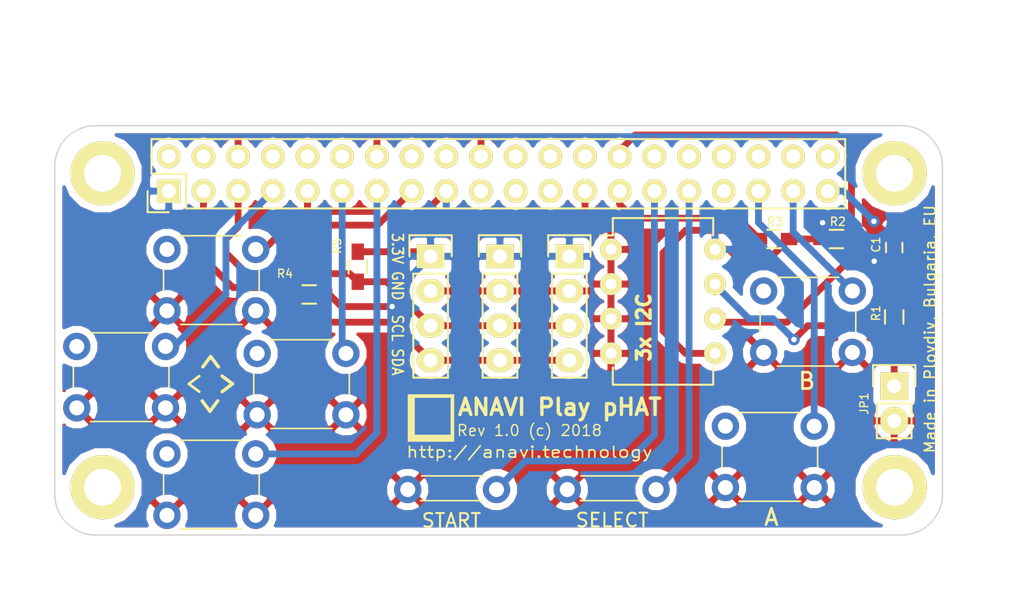
<source format=kicad_pcb>
(kicad_pcb (version 4) (host pcbnew 4.0.6+dfsg1-1)

  (general
    (links 70)
    (no_connects 10)
    (area 136.817429 66.3 225.182572 110.000001)
    (thickness 1.6)
    (drawings 26)
    (tracks 136)
    (zones 0)
    (modules 25)
    (nets 17)
  )

  (page A4)
  (title_block
    (title "Anavi Infra pHAT")
    (date 2017-01-21)
    (company "Anavi Technology")
  )

  (layers
    (0 F.Cu signal)
    (31 B.Cu signal)
    (32 B.Adhes user)
    (33 F.Adhes user)
    (34 B.Paste user)
    (35 F.Paste user)
    (36 B.SilkS user)
    (37 F.SilkS user)
    (38 B.Mask user)
    (39 F.Mask user)
    (40 Dwgs.User user)
    (41 Cmts.User user)
    (42 Eco1.User user)
    (43 Eco2.User user)
    (44 Edge.Cuts user)
    (45 Margin user hide)
    (46 B.CrtYd user hide)
    (47 F.CrtYd user)
    (48 B.Fab user hide)
    (49 F.Fab user)
  )

  (setup
    (last_trace_width 0.5)
    (user_trace_width 0.254)
    (user_trace_width 0.5)
    (user_trace_width 0.754)
    (trace_clearance 0.254)
    (zone_clearance 0.508)
    (zone_45_only no)
    (trace_min 0.25)
    (segment_width 0.2)
    (edge_width 0.1)
    (via_size 0.85)
    (via_drill 0.4)
    (via_min_size 0.4)
    (via_min_drill 0.3)
    (uvia_size 0.35)
    (uvia_drill 0.1)
    (uvias_allowed no)
    (uvia_min_size 0.2)
    (uvia_min_drill 0.1)
    (pcb_text_width 0.3)
    (pcb_text_size 1.5 1.5)
    (mod_edge_width 0.15)
    (mod_text_size 1 1)
    (mod_text_width 0.15)
    (pad_size 4.7 4.7)
    (pad_drill 2.7)
    (pad_to_mask_clearance 0)
    (aux_axis_origin 0 0)
    (visible_elements FFFFFF7F)
    (pcbplotparams
      (layerselection 0x010ec_80000001)
      (usegerberextensions true)
      (excludeedgelayer true)
      (linewidth 0.100000)
      (plotframeref false)
      (viasonmask false)
      (mode 1)
      (useauxorigin false)
      (hpglpennumber 1)
      (hpglpenspeed 20)
      (hpglpendiameter 15)
      (hpglpenoverlay 2)
      (psnegative false)
      (psa4output false)
      (plotreference true)
      (plotvalue true)
      (plotinvisibletext false)
      (padsonsilk false)
      (subtractmaskfromsilk false)
      (outputformat 1)
      (mirror false)
      (drillshape 0)
      (scaleselection 1)
      (outputdirectory plots/rev1.0))
  )

  (net 0 "")
  (net 1 +3V3)
  (net 2 GND)
  (net 3 +5V)
  (net 4 "Net-(JP1-Pad1)")
  (net 5 "Net-(R2-Pad2)")
  (net 6 "Net-(R3-Pad2)")
  (net 7 "Net-(R4-Pad2)")
  (net 8 "Net-(R5-Pad2)")
  (net 9 "Net-(RASP_CONN1-Pad7)")
  (net 10 "Net-(RASP_CONN1-Pad11)")
  (net 11 "Net-(RASP_CONN1-Pad13)")
  (net 12 "Net-(RASP_CONN1-Pad15)")
  (net 13 "Net-(RASP_CONN1-Pad29)")
  (net 14 "Net-(RASP_CONN1-Pad31)")
  (net 15 "Net-(RASP_CONN1-Pad35)")
  (net 16 "Net-(RASP_CONN1-Pad37)")

  (net_class Default "This is the default net class."
    (clearance 0.254)
    (trace_width 0.5)
    (via_dia 0.85)
    (via_drill 0.4)
    (uvia_dia 0.35)
    (uvia_drill 0.1)
    (add_net +3V3)
    (add_net +5V)
    (add_net GND)
    (add_net "Net-(JP1-Pad1)")
    (add_net "Net-(R2-Pad2)")
    (add_net "Net-(R3-Pad2)")
    (add_net "Net-(R4-Pad2)")
    (add_net "Net-(R5-Pad2)")
    (add_net "Net-(RASP_CONN1-Pad11)")
    (add_net "Net-(RASP_CONN1-Pad13)")
    (add_net "Net-(RASP_CONN1-Pad15)")
    (add_net "Net-(RASP_CONN1-Pad29)")
    (add_net "Net-(RASP_CONN1-Pad31)")
    (add_net "Net-(RASP_CONN1-Pad35)")
    (add_net "Net-(RASP_CONN1-Pad37)")
    (add_net "Net-(RASP_CONN1-Pad7)")
  )

  (net_class vcc ""
    (clearance 0.254)
    (trace_width 1.5)
    (via_dia 0.85)
    (via_drill 0.4)
    (uvia_dia 0.35)
    (uvia_drill 0.1)
  )

  (module Pin_Headers:Pin_Header_Straight_2x20 (layer F.Cu) (tedit 588FBD82) (tstamp 58831778)
    (at 156.85 79.8 90)
    (descr "Through hole pin header")
    (tags "pin header")
    (path /56FB7C7A)
    (fp_text reference RASP_CONN1 (at 0 -5.1 90) (layer F.SilkS) hide
      (effects (font (size 1 1) (thickness 0.15)))
    )
    (fp_text value Raspberry_PI (at 0 -3.1 90) (layer F.Fab) hide
      (effects (font (size 1 1) (thickness 0.15)))
    )
    (fp_line (start -1.75 -1.75) (end -1.75 50.05) (layer F.CrtYd) (width 0.05))
    (fp_line (start 4.3 -1.75) (end 4.3 50.05) (layer F.CrtYd) (width 0.05))
    (fp_line (start -1.75 -1.75) (end 4.3 -1.75) (layer F.CrtYd) (width 0.05))
    (fp_line (start -1.75 50.05) (end 4.3 50.05) (layer F.CrtYd) (width 0.05))
    (fp_line (start 3.81 49.53) (end 3.81 -1.27) (layer F.SilkS) (width 0.15))
    (fp_line (start -1.27 1.27) (end -1.27 49.53) (layer F.SilkS) (width 0.15))
    (fp_line (start 3.81 49.53) (end -1.27 49.53) (layer F.SilkS) (width 0.15))
    (fp_line (start 3.81 -1.27) (end 1.27 -1.27) (layer F.SilkS) (width 0.15))
    (fp_line (start 0 -1.55) (end -1.55 -1.55) (layer F.SilkS) (width 0.15))
    (fp_line (start 1.27 -1.27) (end 1.27 1.27) (layer F.SilkS) (width 0.15))
    (fp_line (start 1.27 1.27) (end -1.27 1.27) (layer F.SilkS) (width 0.15))
    (fp_line (start -1.55 -1.55) (end -1.55 0) (layer F.SilkS) (width 0.15))
    (pad 1 thru_hole rect (at 0 0 90) (size 1.7272 1.7272) (drill 1.016) (layers *.Cu *.Mask F.SilkS)
      (net 1 +3V3))
    (pad 2 thru_hole oval (at 2.54 0 90) (size 1.7272 1.7272) (drill 1.016) (layers *.Cu *.Mask F.SilkS)
      (net 3 +5V))
    (pad 3 thru_hole oval (at 0 2.54 90) (size 1.7272 1.7272) (drill 1.016) (layers *.Cu *.Mask F.SilkS)
      (net 7 "Net-(R4-Pad2)"))
    (pad 4 thru_hole oval (at 2.54 2.54 90) (size 1.7272 1.7272) (drill 1.016) (layers *.Cu *.Mask F.SilkS)
      (net 3 +5V))
    (pad 5 thru_hole oval (at 0 5.08 90) (size 1.7272 1.7272) (drill 1.016) (layers *.Cu *.Mask F.SilkS)
      (net 8 "Net-(R5-Pad2)"))
    (pad 6 thru_hole oval (at 2.54 5.08 90) (size 1.7272 1.7272) (drill 1.016) (layers *.Cu *.Mask F.SilkS)
      (net 2 GND))
    (pad 7 thru_hole oval (at 0 7.62 90) (size 1.7272 1.7272) (drill 1.016) (layers *.Cu *.Mask F.SilkS)
      (net 9 "Net-(RASP_CONN1-Pad7)"))
    (pad 8 thru_hole oval (at 2.54 7.62 90) (size 1.7272 1.7272) (drill 1.016) (layers *.Cu *.Mask F.SilkS))
    (pad 9 thru_hole oval (at 0 10.16 90) (size 1.7272 1.7272) (drill 1.016) (layers *.Cu *.Mask F.SilkS)
      (net 2 GND))
    (pad 10 thru_hole oval (at 2.54 10.16 90) (size 1.7272 1.7272) (drill 1.016) (layers *.Cu *.Mask F.SilkS))
    (pad 11 thru_hole oval (at 0 12.7 90) (size 1.7272 1.7272) (drill 1.016) (layers *.Cu *.Mask F.SilkS)
      (net 10 "Net-(RASP_CONN1-Pad11)"))
    (pad 12 thru_hole oval (at 2.54 12.7 90) (size 1.7272 1.7272) (drill 1.016) (layers *.Cu *.Mask F.SilkS))
    (pad 13 thru_hole oval (at 0 15.24 90) (size 1.7272 1.7272) (drill 1.016) (layers *.Cu *.Mask F.SilkS)
      (net 11 "Net-(RASP_CONN1-Pad13)"))
    (pad 14 thru_hole oval (at 2.54 15.24 90) (size 1.7272 1.7272) (drill 1.016) (layers *.Cu *.Mask F.SilkS)
      (net 2 GND))
    (pad 15 thru_hole oval (at 0 17.78 90) (size 1.7272 1.7272) (drill 1.016) (layers *.Cu *.Mask F.SilkS)
      (net 12 "Net-(RASP_CONN1-Pad15)"))
    (pad 16 thru_hole oval (at 2.54 17.78 90) (size 1.7272 1.7272) (drill 1.016) (layers *.Cu *.Mask F.SilkS))
    (pad 17 thru_hole oval (at 0 20.32 90) (size 1.7272 1.7272) (drill 1.016) (layers *.Cu *.Mask F.SilkS)
      (net 1 +3V3))
    (pad 18 thru_hole oval (at 2.54 20.32 90) (size 1.7272 1.7272) (drill 1.016) (layers *.Cu *.Mask F.SilkS))
    (pad 19 thru_hole oval (at 0 22.86 90) (size 1.7272 1.7272) (drill 1.016) (layers *.Cu *.Mask F.SilkS))
    (pad 20 thru_hole oval (at 2.54 22.86 90) (size 1.7272 1.7272) (drill 1.016) (layers *.Cu *.Mask F.SilkS)
      (net 2 GND))
    (pad 21 thru_hole oval (at 0 25.4 90) (size 1.7272 1.7272) (drill 1.016) (layers *.Cu *.Mask F.SilkS))
    (pad 22 thru_hole oval (at 2.54 25.4 90) (size 1.7272 1.7272) (drill 1.016) (layers *.Cu *.Mask F.SilkS))
    (pad 23 thru_hole oval (at 0 27.94 90) (size 1.7272 1.7272) (drill 1.016) (layers *.Cu *.Mask F.SilkS))
    (pad 24 thru_hole oval (at 2.54 27.94 90) (size 1.7272 1.7272) (drill 1.016) (layers *.Cu *.Mask F.SilkS))
    (pad 25 thru_hole oval (at 0 30.48 90) (size 1.7272 1.7272) (drill 1.016) (layers *.Cu *.Mask F.SilkS)
      (net 2 GND))
    (pad 26 thru_hole oval (at 2.54 30.48 90) (size 1.7272 1.7272) (drill 1.016) (layers *.Cu *.Mask F.SilkS))
    (pad 27 thru_hole oval (at 0 33.02 90) (size 1.7272 1.7272) (drill 1.016) (layers *.Cu *.Mask F.SilkS)
      (net 6 "Net-(R3-Pad2)"))
    (pad 28 thru_hole oval (at 2.54 33.02 90) (size 1.7272 1.7272) (drill 1.016) (layers *.Cu *.Mask F.SilkS)
      (net 5 "Net-(R2-Pad2)"))
    (pad 29 thru_hole oval (at 0 35.56 90) (size 1.7272 1.7272) (drill 1.016) (layers *.Cu *.Mask F.SilkS)
      (net 13 "Net-(RASP_CONN1-Pad29)"))
    (pad 30 thru_hole oval (at 2.54 35.56 90) (size 1.7272 1.7272) (drill 1.016) (layers *.Cu *.Mask F.SilkS)
      (net 2 GND))
    (pad 31 thru_hole oval (at 0 38.1 90) (size 1.7272 1.7272) (drill 1.016) (layers *.Cu *.Mask F.SilkS)
      (net 14 "Net-(RASP_CONN1-Pad31)"))
    (pad 32 thru_hole oval (at 2.54 38.1 90) (size 1.7272 1.7272) (drill 1.016) (layers *.Cu *.Mask F.SilkS))
    (pad 33 thru_hole oval (at 0 40.64 90) (size 1.7272 1.7272) (drill 1.016) (layers *.Cu *.Mask F.SilkS))
    (pad 34 thru_hole oval (at 2.54 40.64 90) (size 1.7272 1.7272) (drill 1.016) (layers *.Cu *.Mask F.SilkS)
      (net 2 GND))
    (pad 35 thru_hole oval (at 0 43.18 90) (size 1.7272 1.7272) (drill 1.016) (layers *.Cu *.Mask F.SilkS)
      (net 15 "Net-(RASP_CONN1-Pad35)"))
    (pad 36 thru_hole oval (at 2.54 43.18 90) (size 1.7272 1.7272) (drill 1.016) (layers *.Cu *.Mask F.SilkS))
    (pad 37 thru_hole oval (at 0 45.72 90) (size 1.7272 1.7272) (drill 1.016) (layers *.Cu *.Mask F.SilkS)
      (net 16 "Net-(RASP_CONN1-Pad37)"))
    (pad 38 thru_hole oval (at 2.54 45.72 90) (size 1.7272 1.7272) (drill 1.016) (layers *.Cu *.Mask F.SilkS))
    (pad 39 thru_hole oval (at 0 48.26 90) (size 1.7272 1.7272) (drill 1.016) (layers *.Cu *.Mask F.SilkS)
      (net 2 GND))
    (pad 40 thru_hole oval (at 2.54 48.26 90) (size 1.7272 1.7272) (drill 1.016) (layers *.Cu *.Mask F.SilkS))
    (model Pin_Headers.3dshapes/Pin_Header_Straight_2x20.wrl
      (at (xyz 0.05 -0.95 0))
      (scale (xyz 1 1 1))
      (rotate (xyz 0 0 90))
    )
  )

  (module Housings_DIP:DIP-8_W7.62mm (layer F.Cu) (tedit 588FBD0C) (tstamp 5883179C)
    (at 189.23 84.074)
    (descr "8-lead dip package, row spacing 7.62 mm (300 mils)")
    (tags "dil dip 2.54 300")
    (path /56FB5761)
    (fp_text reference U1 (at 0 -5.22) (layer F.SilkS) hide
      (effects (font (size 1 1) (thickness 0.15)))
    )
    (fp_text value CAT24C32WI-GT3 (at 0 -3.72) (layer F.Fab) hide
      (effects (font (size 1 1) (thickness 0.15)))
    )
    (fp_line (start -1.05 -2.45) (end -1.05 10.1) (layer F.CrtYd) (width 0.05))
    (fp_line (start 8.65 -2.45) (end 8.65 10.1) (layer F.CrtYd) (width 0.05))
    (fp_line (start -1.05 -2.45) (end 8.65 -2.45) (layer F.CrtYd) (width 0.05))
    (fp_line (start -1.05 10.1) (end 8.65 10.1) (layer F.CrtYd) (width 0.05))
    (fp_line (start 0.135 -2.295) (end 0.135 -1.025) (layer F.SilkS) (width 0.15))
    (fp_line (start 7.485 -2.295) (end 7.485 -1.025) (layer F.SilkS) (width 0.15))
    (fp_line (start 7.485 9.915) (end 7.485 8.645) (layer F.SilkS) (width 0.15))
    (fp_line (start 0.135 9.915) (end 0.135 8.645) (layer F.SilkS) (width 0.15))
    (fp_line (start 0.135 -2.295) (end 7.485 -2.295) (layer F.SilkS) (width 0.15))
    (fp_line (start 0.135 9.915) (end 7.485 9.915) (layer F.SilkS) (width 0.15))
    (fp_line (start 0.135 -1.025) (end -0.8 -1.025) (layer F.SilkS) (width 0.15))
    (pad 1 thru_hole oval (at 0 0) (size 1.6 1.6) (drill 0.8) (layers *.Cu *.Mask F.SilkS)
      (net 2 GND))
    (pad 2 thru_hole oval (at 0 2.54) (size 1.6 1.6) (drill 0.8) (layers *.Cu *.Mask F.SilkS)
      (net 2 GND))
    (pad 3 thru_hole oval (at 0 5.08) (size 1.6 1.6) (drill 0.8) (layers *.Cu *.Mask F.SilkS)
      (net 2 GND))
    (pad 4 thru_hole oval (at 0 7.62) (size 1.6 1.6) (drill 0.8) (layers *.Cu *.Mask F.SilkS)
      (net 2 GND))
    (pad 5 thru_hole oval (at 7.62 7.62) (size 1.6 1.6) (drill 0.8) (layers *.Cu *.Mask F.SilkS)
      (net 6 "Net-(R3-Pad2)"))
    (pad 6 thru_hole oval (at 7.62 5.08) (size 1.6 1.6) (drill 0.8) (layers *.Cu *.Mask F.SilkS)
      (net 5 "Net-(R2-Pad2)"))
    (pad 7 thru_hole oval (at 7.62 2.54) (size 1.6 1.6) (drill 0.8) (layers *.Cu *.Mask F.SilkS)
      (net 4 "Net-(JP1-Pad1)"))
    (pad 8 thru_hole oval (at 7.62 0) (size 1.6 1.6) (drill 0.8) (layers *.Cu *.Mask F.SilkS)
      (net 1 +3V3))
    (model Housings_DIP.3dshapes/DIP-8_W7.62mm.wrl
      (at (xyz 0 0 0))
      (scale (xyz 1 1 1))
      (rotate (xyz 0 0 0))
    )
  )

  (module Capacitors_SMD:C_0603_HandSoldering (layer F.Cu) (tedit 5B2D137E) (tstamp 58831703)
    (at 209.97 83.94 90)
    (descr "Capacitor SMD 0603, hand soldering")
    (tags "capacitor 0603")
    (path /56FB5967)
    (attr smd)
    (fp_text reference C1 (at 0.2216 -1.3344 90) (layer F.SilkS)
      (effects (font (size 0.6 0.6) (thickness 0.1)))
    )
    (fp_text value 0.1 (at 0 1.9 90) (layer F.Fab) hide
      (effects (font (size 1 1) (thickness 0.15)))
    )
    (fp_line (start -1.85 -0.75) (end 1.85 -0.75) (layer F.CrtYd) (width 0.05))
    (fp_line (start -1.85 0.75) (end 1.85 0.75) (layer F.CrtYd) (width 0.05))
    (fp_line (start -1.85 -0.75) (end -1.85 0.75) (layer F.CrtYd) (width 0.05))
    (fp_line (start 1.85 -0.75) (end 1.85 0.75) (layer F.CrtYd) (width 0.05))
    (fp_line (start -0.35 -0.6) (end 0.35 -0.6) (layer F.SilkS) (width 0.15))
    (fp_line (start 0.35 0.6) (end -0.35 0.6) (layer F.SilkS) (width 0.15))
    (pad 1 smd rect (at -0.95 0 90) (size 1.2 0.75) (layers F.Cu F.Paste F.Mask)
      (net 1 +3V3))
    (pad 2 smd rect (at 0.95 0 90) (size 1.2 0.75) (layers F.Cu F.Paste F.Mask)
      (net 2 GND))
    (model Capacitors_SMD.3dshapes/C_0603_HandSoldering.wrl
      (at (xyz 0 0 0))
      (scale (xyz 1 1 1))
      (rotate (xyz 0 0 0))
    )
  )

  (module Pin_Headers:Pin_Header_Straight_1x02 (layer F.Cu) (tedit 5B2D1396) (tstamp 5883171B)
    (at 209.97 94.1)
    (descr "Through hole pin header")
    (tags "pin header")
    (path /570C5478)
    (fp_text reference JP1 (at -2.198 1.277 270) (layer F.SilkS)
      (effects (font (size 0.6 0.6) (thickness 0.1)))
    )
    (fp_text value JUMPER (at 0 -3.1) (layer F.Fab) hide
      (effects (font (size 1 1) (thickness 0.15)))
    )
    (fp_line (start 1.27 1.27) (end 1.27 3.81) (layer F.SilkS) (width 0.15))
    (fp_line (start 1.55 -1.55) (end 1.55 0) (layer F.SilkS) (width 0.15))
    (fp_line (start -1.75 -1.75) (end -1.75 4.3) (layer F.CrtYd) (width 0.05))
    (fp_line (start 1.75 -1.75) (end 1.75 4.3) (layer F.CrtYd) (width 0.05))
    (fp_line (start -1.75 -1.75) (end 1.75 -1.75) (layer F.CrtYd) (width 0.05))
    (fp_line (start -1.75 4.3) (end 1.75 4.3) (layer F.CrtYd) (width 0.05))
    (fp_line (start 1.27 1.27) (end -1.27 1.27) (layer F.SilkS) (width 0.15))
    (fp_line (start -1.55 0) (end -1.55 -1.55) (layer F.SilkS) (width 0.15))
    (fp_line (start -1.55 -1.55) (end 1.55 -1.55) (layer F.SilkS) (width 0.15))
    (fp_line (start -1.27 1.27) (end -1.27 3.81) (layer F.SilkS) (width 0.15))
    (fp_line (start -1.27 3.81) (end 1.27 3.81) (layer F.SilkS) (width 0.15))
    (pad 1 thru_hole rect (at 0 0) (size 2.032 2.032) (drill 1.016) (layers *.Cu *.Mask F.SilkS)
      (net 4 "Net-(JP1-Pad1)"))
    (pad 2 thru_hole oval (at 0 2.54) (size 2.032 2.032) (drill 1.016) (layers *.Cu *.Mask F.SilkS)
      (net 2 GND))
    (model Pin_Headers.3dshapes/Pin_Header_Straight_1x02.wrl
      (at (xyz 0 -0.05 0))
      (scale (xyz 1 1 1))
      (rotate (xyz 0 0 90))
    )
  )

  (module Resistors_SMD:R_0603_HandSoldering (layer F.Cu) (tedit 5B2D1392) (tstamp 58831728)
    (at 209.97 89.02 270)
    (descr "Resistor SMD 0603, hand soldering")
    (tags "resistor 0603")
    (path /56FB57DD)
    (attr smd)
    (fp_text reference R1 (at -0.2724 1.3344 270) (layer F.SilkS)
      (effects (font (size 0.6 0.6) (thickness 0.1)))
    )
    (fp_text value 1K (at 0 1.9 270) (layer F.Fab) hide
      (effects (font (size 1 1) (thickness 0.15)))
    )
    (fp_line (start -2 -0.8) (end 2 -0.8) (layer F.CrtYd) (width 0.05))
    (fp_line (start -2 0.8) (end 2 0.8) (layer F.CrtYd) (width 0.05))
    (fp_line (start -2 -0.8) (end -2 0.8) (layer F.CrtYd) (width 0.05))
    (fp_line (start 2 -0.8) (end 2 0.8) (layer F.CrtYd) (width 0.05))
    (fp_line (start 0.5 0.675) (end -0.5 0.675) (layer F.SilkS) (width 0.15))
    (fp_line (start -0.5 -0.675) (end 0.5 -0.675) (layer F.SilkS) (width 0.15))
    (pad 1 smd rect (at -1.1 0 270) (size 1.2 0.9) (layers F.Cu F.Paste F.Mask)
      (net 1 +3V3))
    (pad 2 smd rect (at 1.1 0 270) (size 1.2 0.9) (layers F.Cu F.Paste F.Mask)
      (net 4 "Net-(JP1-Pad1)"))
    (model Resistors_SMD.3dshapes/R_0603_HandSoldering.wrl
      (at (xyz 0 0 0))
      (scale (xyz 1 1 1))
      (rotate (xyz 0 0 0))
    )
  )

  (module Resistors_SMD:R_0603_HandSoldering (layer F.Cu) (tedit 5B2D1387) (tstamp 5883172E)
    (at 205.74 83.312)
    (descr "Resistor SMD 0603, hand soldering")
    (tags "resistor 0603")
    (path /56FB589D)
    (attr smd)
    (fp_text reference R2 (at 0.1016 -1.27) (layer F.SilkS)
      (effects (font (size 0.6 0.6) (thickness 0.1)))
    )
    (fp_text value 4.7K (at 0 1.9) (layer F.Fab) hide
      (effects (font (size 1 1) (thickness 0.15)))
    )
    (fp_line (start -2 -0.8) (end 2 -0.8) (layer F.CrtYd) (width 0.05))
    (fp_line (start -2 0.8) (end 2 0.8) (layer F.CrtYd) (width 0.05))
    (fp_line (start -2 -0.8) (end -2 0.8) (layer F.CrtYd) (width 0.05))
    (fp_line (start 2 -0.8) (end 2 0.8) (layer F.CrtYd) (width 0.05))
    (fp_line (start 0.5 0.675) (end -0.5 0.675) (layer F.SilkS) (width 0.15))
    (fp_line (start -0.5 -0.675) (end 0.5 -0.675) (layer F.SilkS) (width 0.15))
    (pad 1 smd rect (at -1.1 0) (size 1.2 0.9) (layers F.Cu F.Paste F.Mask)
      (net 1 +3V3))
    (pad 2 smd rect (at 1.1 0) (size 1.2 0.9) (layers F.Cu F.Paste F.Mask)
      (net 5 "Net-(R2-Pad2)"))
    (model Resistors_SMD.3dshapes/R_0603_HandSoldering.wrl
      (at (xyz 0 0 0))
      (scale (xyz 1 1 1))
      (rotate (xyz 0 0 0))
    )
  )

  (module Resistors_SMD:R_0603_HandSoldering (layer F.Cu) (tedit 5B2D138B) (tstamp 58831734)
    (at 201.168 83.312 180)
    (descr "Resistor SMD 0603, hand soldering")
    (tags "resistor 0603")
    (path /56FB5912)
    (attr smd)
    (fp_text reference R3 (at -0.0762 1.27 180) (layer F.SilkS)
      (effects (font (size 0.6 0.6) (thickness 0.1)))
    )
    (fp_text value 4.7K (at 0 1.9 180) (layer F.Fab) hide
      (effects (font (size 1 1) (thickness 0.15)))
    )
    (fp_line (start -2 -0.8) (end 2 -0.8) (layer F.CrtYd) (width 0.05))
    (fp_line (start -2 0.8) (end 2 0.8) (layer F.CrtYd) (width 0.05))
    (fp_line (start -2 -0.8) (end -2 0.8) (layer F.CrtYd) (width 0.05))
    (fp_line (start 2 -0.8) (end 2 0.8) (layer F.CrtYd) (width 0.05))
    (fp_line (start 0.5 0.675) (end -0.5 0.675) (layer F.SilkS) (width 0.15))
    (fp_line (start -0.5 -0.675) (end 0.5 -0.675) (layer F.SilkS) (width 0.15))
    (pad 1 smd rect (at -1.1 0 180) (size 1.2 0.9) (layers F.Cu F.Paste F.Mask)
      (net 1 +3V3))
    (pad 2 smd rect (at 1.1 0 180) (size 1.2 0.9) (layers F.Cu F.Paste F.Mask)
      (net 6 "Net-(R3-Pad2)"))
    (model Resistors_SMD.3dshapes/R_0603_HandSoldering.wrl
      (at (xyz 0 0 0))
      (scale (xyz 1 1 1))
      (rotate (xyz 0 0 0))
    )
  )

  (module Pin_Headers:Pin_Header_Straight_1x04 (layer F.Cu) (tedit 588FBD3A) (tstamp 58831780)
    (at 186.182 84.582)
    (descr "Through hole pin header")
    (tags "pin header")
    (path /5704A9C3)
    (fp_text reference SENS1 (at 0 -5.1) (layer F.SilkS) hide
      (effects (font (size 1 1) (thickness 0.15)))
    )
    (fp_text value I2C_SENS_1 (at 0 -3.1) (layer F.Fab) hide
      (effects (font (size 1 1) (thickness 0.15)))
    )
    (fp_line (start -1.75 -1.75) (end -1.75 9.4) (layer F.CrtYd) (width 0.05))
    (fp_line (start 1.75 -1.75) (end 1.75 9.4) (layer F.CrtYd) (width 0.05))
    (fp_line (start -1.75 -1.75) (end 1.75 -1.75) (layer F.CrtYd) (width 0.05))
    (fp_line (start -1.75 9.4) (end 1.75 9.4) (layer F.CrtYd) (width 0.05))
    (fp_line (start -1.27 1.27) (end -1.27 8.89) (layer F.SilkS) (width 0.15))
    (fp_line (start 1.27 1.27) (end 1.27 8.89) (layer F.SilkS) (width 0.15))
    (fp_line (start 1.55 -1.55) (end 1.55 0) (layer F.SilkS) (width 0.15))
    (fp_line (start -1.27 8.89) (end 1.27 8.89) (layer F.SilkS) (width 0.15))
    (fp_line (start 1.27 1.27) (end -1.27 1.27) (layer F.SilkS) (width 0.15))
    (fp_line (start -1.55 0) (end -1.55 -1.55) (layer F.SilkS) (width 0.15))
    (fp_line (start -1.55 -1.55) (end 1.55 -1.55) (layer F.SilkS) (width 0.15))
    (pad 1 thru_hole rect (at 0 0) (size 2.032 1.7272) (drill 1.016) (layers *.Cu *.Mask F.SilkS)
      (net 1 +3V3))
    (pad 2 thru_hole oval (at 0 2.54) (size 2.032 1.7272) (drill 1.016) (layers *.Cu *.Mask F.SilkS)
      (net 2 GND))
    (pad 3 thru_hole oval (at 0 5.08) (size 2.032 1.7272) (drill 1.016) (layers *.Cu *.Mask F.SilkS)
      (net 8 "Net-(R5-Pad2)"))
    (pad 4 thru_hole oval (at 0 7.62) (size 2.032 1.7272) (drill 1.016) (layers *.Cu *.Mask F.SilkS)
      (net 7 "Net-(R4-Pad2)"))
    (model Pin_Headers.3dshapes/Pin_Header_Straight_1x04.wrl
      (at (xyz 0 -0.15 0))
      (scale (xyz 1 1 1))
      (rotate (xyz 0 0 90))
    )
  )

  (module Pin_Headers:Pin_Header_Straight_1x04 (layer F.Cu) (tedit 588FBD33) (tstamp 58831788)
    (at 181.102 84.582)
    (descr "Through hole pin header")
    (tags "pin header")
    (path /5752A123)
    (fp_text reference SENS2 (at 0 -5.1) (layer F.SilkS) hide
      (effects (font (size 1 1) (thickness 0.15)))
    )
    (fp_text value I2C_SENS_1 (at 0 -3.1) (layer F.Fab) hide
      (effects (font (size 1 1) (thickness 0.15)))
    )
    (fp_line (start -1.75 -1.75) (end -1.75 9.4) (layer F.CrtYd) (width 0.05))
    (fp_line (start 1.75 -1.75) (end 1.75 9.4) (layer F.CrtYd) (width 0.05))
    (fp_line (start -1.75 -1.75) (end 1.75 -1.75) (layer F.CrtYd) (width 0.05))
    (fp_line (start -1.75 9.4) (end 1.75 9.4) (layer F.CrtYd) (width 0.05))
    (fp_line (start -1.27 1.27) (end -1.27 8.89) (layer F.SilkS) (width 0.15))
    (fp_line (start 1.27 1.27) (end 1.27 8.89) (layer F.SilkS) (width 0.15))
    (fp_line (start 1.55 -1.55) (end 1.55 0) (layer F.SilkS) (width 0.15))
    (fp_line (start -1.27 8.89) (end 1.27 8.89) (layer F.SilkS) (width 0.15))
    (fp_line (start 1.27 1.27) (end -1.27 1.27) (layer F.SilkS) (width 0.15))
    (fp_line (start -1.55 0) (end -1.55 -1.55) (layer F.SilkS) (width 0.15))
    (fp_line (start -1.55 -1.55) (end 1.55 -1.55) (layer F.SilkS) (width 0.15))
    (pad 1 thru_hole rect (at 0 0) (size 2.032 1.7272) (drill 1.016) (layers *.Cu *.Mask F.SilkS)
      (net 1 +3V3))
    (pad 2 thru_hole oval (at 0 2.54) (size 2.032 1.7272) (drill 1.016) (layers *.Cu *.Mask F.SilkS)
      (net 2 GND))
    (pad 3 thru_hole oval (at 0 5.08) (size 2.032 1.7272) (drill 1.016) (layers *.Cu *.Mask F.SilkS)
      (net 8 "Net-(R5-Pad2)"))
    (pad 4 thru_hole oval (at 0 7.62) (size 2.032 1.7272) (drill 1.016) (layers *.Cu *.Mask F.SilkS)
      (net 7 "Net-(R4-Pad2)"))
    (model Pin_Headers.3dshapes/Pin_Header_Straight_1x04.wrl
      (at (xyz 0 -0.15 0))
      (scale (xyz 1 1 1))
      (rotate (xyz 0 0 90))
    )
  )

  (module Pin_Headers:Pin_Header_Straight_1x04 (layer F.Cu) (tedit 588FBD12) (tstamp 58831790)
    (at 176.022 84.582)
    (descr "Through hole pin header")
    (tags "pin header")
    (path /5752A2F7)
    (fp_text reference SENS3 (at 0 -5.1) (layer F.SilkS) hide
      (effects (font (size 1 1) (thickness 0.15)))
    )
    (fp_text value I2C_SENS_1 (at 0 -3.1) (layer F.Fab) hide
      (effects (font (size 1 1) (thickness 0.15)))
    )
    (fp_line (start -1.75 -1.75) (end -1.75 9.4) (layer F.CrtYd) (width 0.05))
    (fp_line (start 1.75 -1.75) (end 1.75 9.4) (layer F.CrtYd) (width 0.05))
    (fp_line (start -1.75 -1.75) (end 1.75 -1.75) (layer F.CrtYd) (width 0.05))
    (fp_line (start -1.75 9.4) (end 1.75 9.4) (layer F.CrtYd) (width 0.05))
    (fp_line (start -1.27 1.27) (end -1.27 8.89) (layer F.SilkS) (width 0.15))
    (fp_line (start 1.27 1.27) (end 1.27 8.89) (layer F.SilkS) (width 0.15))
    (fp_line (start 1.55 -1.55) (end 1.55 0) (layer F.SilkS) (width 0.15))
    (fp_line (start -1.27 8.89) (end 1.27 8.89) (layer F.SilkS) (width 0.15))
    (fp_line (start 1.27 1.27) (end -1.27 1.27) (layer F.SilkS) (width 0.15))
    (fp_line (start -1.55 0) (end -1.55 -1.55) (layer F.SilkS) (width 0.15))
    (fp_line (start -1.55 -1.55) (end 1.55 -1.55) (layer F.SilkS) (width 0.15))
    (pad 1 thru_hole rect (at 0 0) (size 2.032 1.7272) (drill 1.016) (layers *.Cu *.Mask F.SilkS)
      (net 1 +3V3))
    (pad 2 thru_hole oval (at 0 2.54) (size 2.032 1.7272) (drill 1.016) (layers *.Cu *.Mask F.SilkS)
      (net 2 GND))
    (pad 3 thru_hole oval (at 0 5.08) (size 2.032 1.7272) (drill 1.016) (layers *.Cu *.Mask F.SilkS)
      (net 8 "Net-(R5-Pad2)"))
    (pad 4 thru_hole oval (at 0 7.62) (size 2.032 1.7272) (drill 1.016) (layers *.Cu *.Mask F.SilkS)
      (net 7 "Net-(R4-Pad2)"))
    (model Pin_Headers.3dshapes/Pin_Header_Straight_1x04.wrl
      (at (xyz 0 -0.15 0))
      (scale (xyz 1 1 1))
      (rotate (xyz 0 0 90))
    )
  )

  (module Mounting_Holes:MountingHole_2.7mm_M2.5_DIN965_Pad (layer F.Cu) (tedit 588FBCDB) (tstamp 588C38C3)
    (at 152 78.5)
    (descr "Mounting Hole 2.7mm, M2.5, DIN965")
    (tags "mounting hole 2.7mm m2.5 din965")
    (fp_text reference REF1 (at 0 -3.35) (layer F.SilkS) hide
      (effects (font (size 1 1) (thickness 0.15)))
    )
    (fp_text value MountingHole_2.7mm_M2.5_DIN965_Pad (at 0 3.35) (layer F.Fab) hide
      (effects (font (size 1 1) (thickness 0.15)))
    )
    (fp_circle (center 0 0) (end 2.35 0) (layer Cmts.User) (width 0.15))
    (fp_circle (center 0 0) (end 2.6 0) (layer F.CrtYd) (width 0.05))
    (pad 1 thru_hole circle (at 0 0) (size 4.7 4.7) (drill 2.7) (layers *.Cu *.Mask F.SilkS))
  )

  (module Mounting_Holes:MountingHole_2.7mm_M2.5_DIN965_Pad (layer F.Cu) (tedit 588FBCD6) (tstamp 588C38D0)
    (at 210 78.5)
    (descr "Mounting Hole 2.7mm, M2.5, DIN965")
    (tags "mounting hole 2.7mm m2.5 din965")
    (fp_text reference REF2 (at 0 -3.35) (layer F.SilkS) hide
      (effects (font (size 1 1) (thickness 0.15)))
    )
    (fp_text value MountingHole_2.7mm_M2.5_DIN965_Pad (at 0 3.35) (layer F.Fab) hide
      (effects (font (size 1 1) (thickness 0.15)))
    )
    (fp_circle (center 0 0) (end 2.35 0) (layer Cmts.User) (width 0.15))
    (fp_circle (center 0 0) (end 2.6 0) (layer F.CrtYd) (width 0.05))
    (pad 2 thru_hole circle (at 0 0) (size 4.7 4.7) (drill 2.7) (layers *.Cu *.Mask F.SilkS))
  )

  (module Mounting_Holes:MountingHole_2.7mm_M2.5_DIN965_Pad (layer F.Cu) (tedit 588FBCC1) (tstamp 588C398A)
    (at 210 101.5)
    (descr "Mounting Hole 2.7mm, M2.5, DIN965")
    (tags "mounting hole 2.7mm m2.5 din965")
    (fp_text reference REF3 (at 0 -3.35) (layer F.SilkS) hide
      (effects (font (size 1 1) (thickness 0.15)))
    )
    (fp_text value MountingHole_2.7mm_M2.5_DIN965_Pad (at 0 3.35) (layer F.Fab) hide
      (effects (font (size 1 1) (thickness 0.15)))
    )
    (fp_circle (center 0 0) (end 2.35 0) (layer Cmts.User) (width 0.15))
    (fp_circle (center 0 0) (end 2.6 0) (layer F.CrtYd) (width 0.05))
    (pad 3 thru_hole circle (at 0 0) (size 4.7 4.7) (drill 2.7) (layers *.Cu *.Mask F.SilkS))
  )

  (module Mounting_Holes:MountingHole_2.7mm_M2.5_DIN965_Pad (layer F.Cu) (tedit 588FBCE4) (tstamp 588C39A5)
    (at 152 101.5)
    (descr "Mounting Hole 2.7mm, M2.5, DIN965")
    (tags "mounting hole 2.7mm m2.5 din965")
    (fp_text reference REF4 (at 0 -3.35) (layer F.SilkS) hide
      (effects (font (size 1 1) (thickness 0.15)))
    )
    (fp_text value MountingHole_2.7mm_M2.5_DIN965_Pad (at 0 3.35) (layer F.Fab) hide
      (effects (font (size 1 1) (thickness 0.15)))
    )
    (fp_circle (center 0 0) (end 2.35 0) (layer Cmts.User) (width 0.15))
    (fp_circle (center 0 0) (end 2.6 0) (layer F.CrtYd) (width 0.05))
    (pad 4 thru_hole circle (at 0 0) (size 4.7 4.7) (drill 2.7) (layers *.Cu *.Mask F.SilkS))
  )

  (module logo:anavi-logo (layer F.Cu) (tedit 588538F6) (tstamp 58884B14)
    (at 176.0474 96.4692)
    (fp_text reference "" (at 0 0) (layer F.SilkS) hide
      (effects (font (thickness 0.3)))
    )
    (fp_text value LOGO (at 0.75 0) (layer F.SilkS) hide
      (effects (font (thickness 0.3)))
    )
    (fp_poly (pts (xy 1.693334 1.693334) (xy -1.693333 1.693334) (xy -1.693333 -1.524) (xy -1.185333 -1.524)
      (xy -1.185333 1.185334) (xy 1.439334 1.185334) (xy 1.439334 -1.524) (xy -1.185333 -1.524)
      (xy -1.693333 -1.524) (xy -1.693333 -1.778) (xy 1.693334 -1.778) (xy 1.693334 1.693334)) (layer F.SilkS) (width 0.01))
  )

  (module Resistors_SMD:R_0603_HandSoldering (layer F.Cu) (tedit 59C0F6AC) (tstamp 59704C46)
    (at 167.132 87.376 180)
    (descr "Resistor SMD 0603, hand soldering")
    (tags "resistor 0603")
    (path /570C0762)
    (attr smd)
    (fp_text reference R4 (at 1.778 1.524 180) (layer F.SilkS)
      (effects (font (size 0.6 0.6) (thickness 0.1)))
    )
    (fp_text value 4.7K (at 0 1.9 180) (layer F.Fab) hide
      (effects (font (size 1 1) (thickness 0.15)))
    )
    (fp_line (start -0.8 0.4) (end -0.8 -0.4) (layer F.Fab) (width 0.1))
    (fp_line (start 0.8 0.4) (end -0.8 0.4) (layer F.Fab) (width 0.1))
    (fp_line (start 0.8 -0.4) (end 0.8 0.4) (layer F.Fab) (width 0.1))
    (fp_line (start -0.8 -0.4) (end 0.8 -0.4) (layer F.Fab) (width 0.1))
    (fp_line (start -2 -0.8) (end 2 -0.8) (layer F.CrtYd) (width 0.05))
    (fp_line (start -2 0.8) (end 2 0.8) (layer F.CrtYd) (width 0.05))
    (fp_line (start -2 -0.8) (end -2 0.8) (layer F.CrtYd) (width 0.05))
    (fp_line (start 2 -0.8) (end 2 0.8) (layer F.CrtYd) (width 0.05))
    (fp_line (start 0.5 0.675) (end -0.5 0.675) (layer F.SilkS) (width 0.15))
    (fp_line (start -0.5 -0.675) (end 0.5 -0.675) (layer F.SilkS) (width 0.15))
    (pad 1 smd rect (at -1.1 0 180) (size 1.2 0.9) (layers F.Cu F.Paste F.Mask)
      (net 1 +3V3))
    (pad 2 smd rect (at 1.1 0 180) (size 1.2 0.9) (layers F.Cu F.Paste F.Mask)
      (net 7 "Net-(R4-Pad2)"))
    (model Resistors_SMD.3dshapes/R_0603_HandSoldering.wrl
      (at (xyz 0 0 0))
      (scale (xyz 1 1 1))
      (rotate (xyz 0 0 0))
    )
  )

  (module Resistors_SMD:R_0603_HandSoldering (layer F.Cu) (tedit 59C0F6A3) (tstamp 59704C56)
    (at 170.688 85.344 270)
    (descr "Resistor SMD 0603, hand soldering")
    (tags "resistor 0603")
    (path /570C0BD5)
    (attr smd)
    (fp_text reference R5 (at -1.524 1.524 270) (layer F.SilkS)
      (effects (font (size 0.6 0.6) (thickness 0.1)))
    )
    (fp_text value 4.7K (at 0 1.9 270) (layer F.Fab) hide
      (effects (font (size 1 1) (thickness 0.15)))
    )
    (fp_line (start -0.8 0.4) (end -0.8 -0.4) (layer F.Fab) (width 0.1))
    (fp_line (start 0.8 0.4) (end -0.8 0.4) (layer F.Fab) (width 0.1))
    (fp_line (start 0.8 -0.4) (end 0.8 0.4) (layer F.Fab) (width 0.1))
    (fp_line (start -0.8 -0.4) (end 0.8 -0.4) (layer F.Fab) (width 0.1))
    (fp_line (start -2 -0.8) (end 2 -0.8) (layer F.CrtYd) (width 0.05))
    (fp_line (start -2 0.8) (end 2 0.8) (layer F.CrtYd) (width 0.05))
    (fp_line (start -2 -0.8) (end -2 0.8) (layer F.CrtYd) (width 0.05))
    (fp_line (start 2 -0.8) (end 2 0.8) (layer F.CrtYd) (width 0.05))
    (fp_line (start 0.5 0.675) (end -0.5 0.675) (layer F.SilkS) (width 0.15))
    (fp_line (start -0.5 -0.675) (end 0.5 -0.675) (layer F.SilkS) (width 0.15))
    (pad 1 smd rect (at -1.1 0 270) (size 1.2 0.9) (layers F.Cu F.Paste F.Mask)
      (net 1 +3V3))
    (pad 2 smd rect (at 1.1 0 270) (size 1.2 0.9) (layers F.Cu F.Paste F.Mask)
      (net 8 "Net-(R5-Pad2)"))
    (model Resistors_SMD.3dshapes/R_0603_HandSoldering.wrl
      (at (xyz 0 0 0))
      (scale (xyz 1 1 1))
      (rotate (xyz 0 0 0))
    )
  )

  (module Buttons_Switches_ThroughHole:SW_PUSH_6mm_h4.3mm (layer F.Cu) (tedit 5B2F3D1D) (tstamp 5B2D01AE)
    (at 150.114 91.186)
    (descr "tactile push button, 6x6mm e.g. PHAP33xx series, height=4.3mm")
    (tags "tact sw push 6mm")
    (path /5B2D0866)
    (fp_text reference < (at 8.5852 2.5908) (layer F.SilkS)
      (effects (font (size 2 1) (thickness 0.2)))
    )
    (fp_text value SW_DIP_x01 (at 3.75 6.7) (layer F.Fab) hide
      (effects (font (size 1 1) (thickness 0.15)))
    )
    (fp_text user %R (at 3.25 2.25) (layer F.Fab) hide
      (effects (font (size 1 1) (thickness 0.15)))
    )
    (fp_line (start 3.25 -0.75) (end 6.25 -0.75) (layer F.Fab) (width 0.1))
    (fp_line (start 6.25 -0.75) (end 6.25 5.25) (layer F.Fab) (width 0.1))
    (fp_line (start 6.25 5.25) (end 0.25 5.25) (layer F.Fab) (width 0.1))
    (fp_line (start 0.25 5.25) (end 0.25 -0.75) (layer F.Fab) (width 0.1))
    (fp_line (start 0.25 -0.75) (end 3.25 -0.75) (layer F.Fab) (width 0.1))
    (fp_line (start 7.75 6) (end 8 6) (layer F.CrtYd) (width 0.05))
    (fp_line (start 8 6) (end 8 5.75) (layer F.CrtYd) (width 0.05))
    (fp_line (start 7.75 -1.5) (end 8 -1.5) (layer F.CrtYd) (width 0.05))
    (fp_line (start 8 -1.5) (end 8 -1.25) (layer F.CrtYd) (width 0.05))
    (fp_line (start -1.5 -1.25) (end -1.5 -1.5) (layer F.CrtYd) (width 0.05))
    (fp_line (start -1.5 -1.5) (end -1.25 -1.5) (layer F.CrtYd) (width 0.05))
    (fp_line (start -1.5 5.75) (end -1.5 6) (layer F.CrtYd) (width 0.05))
    (fp_line (start -1.5 6) (end -1.25 6) (layer F.CrtYd) (width 0.05))
    (fp_line (start -1.25 -1.5) (end 7.75 -1.5) (layer F.CrtYd) (width 0.05))
    (fp_line (start -1.5 5.75) (end -1.5 -1.25) (layer F.CrtYd) (width 0.05))
    (fp_line (start 7.75 6) (end -1.25 6) (layer F.CrtYd) (width 0.05))
    (fp_line (start 8 -1.25) (end 8 5.75) (layer F.CrtYd) (width 0.05))
    (fp_line (start 1 5.5) (end 5.5 5.5) (layer F.SilkS) (width 0.12))
    (fp_line (start -0.25 1.5) (end -0.25 3) (layer F.SilkS) (width 0.12))
    (fp_line (start 5.5 -1) (end 1 -1) (layer F.SilkS) (width 0.12))
    (fp_line (start 6.75 3) (end 6.75 1.5) (layer F.SilkS) (width 0.12))
    (fp_circle (center 3.25 2.25) (end 1.25 2.5) (layer F.Fab) (width 0.1))
    (pad 2 thru_hole circle (at 0 4.5 90) (size 2 2) (drill 1.1) (layers *.Cu *.Mask)
      (net 2 GND))
    (pad 1 thru_hole circle (at 0 0 90) (size 2 2) (drill 1.1) (layers *.Cu *.Mask)
      (net 9 "Net-(RASP_CONN1-Pad7)"))
    (pad 2 thru_hole circle (at 6.5 4.5 90) (size 2 2) (drill 1.1) (layers *.Cu *.Mask)
      (net 2 GND))
    (pad 1 thru_hole circle (at 6.5 0 90) (size 2 2) (drill 1.1) (layers *.Cu *.Mask)
      (net 9 "Net-(RASP_CONN1-Pad7)"))
    (model ${KISYS3DMOD}/Buttons_Switches_THT.3dshapes/SW_PUSH_6mm_h4.3mm.wrl
      (at (xyz 0.005 0 0))
      (scale (xyz 0.3937 0.3937 0.3937))
      (rotate (xyz 0 0 0))
    )
  )

  (module Buttons_Switches_ThroughHole:SW_PUSH_6mm_h4.3mm (layer F.Cu) (tedit 5B2F3D23) (tstamp 5B2D01CD)
    (at 163.322 91.694)
    (descr "tactile push button, 6x6mm e.g. PHAP33xx series, height=4.3mm")
    (tags "tact sw push 6mm")
    (path /5B2D07DD)
    (fp_text reference > (at -2.1844 2.0828) (layer F.SilkS)
      (effects (font (size 2 1) (thickness 0.25)))
    )
    (fp_text value SW_DIP_x01 (at 3.75 6.7) (layer F.Fab) hide
      (effects (font (size 1 1) (thickness 0.15)))
    )
    (fp_text user %R (at 3.25 2.25) (layer F.Fab) hide
      (effects (font (size 1 1) (thickness 0.15)))
    )
    (fp_line (start 3.25 -0.75) (end 6.25 -0.75) (layer F.Fab) (width 0.1))
    (fp_line (start 6.25 -0.75) (end 6.25 5.25) (layer F.Fab) (width 0.1))
    (fp_line (start 6.25 5.25) (end 0.25 5.25) (layer F.Fab) (width 0.1))
    (fp_line (start 0.25 5.25) (end 0.25 -0.75) (layer F.Fab) (width 0.1))
    (fp_line (start 0.25 -0.75) (end 3.25 -0.75) (layer F.Fab) (width 0.1))
    (fp_line (start 7.75 6) (end 8 6) (layer F.CrtYd) (width 0.05))
    (fp_line (start 8 6) (end 8 5.75) (layer F.CrtYd) (width 0.05))
    (fp_line (start 7.75 -1.5) (end 8 -1.5) (layer F.CrtYd) (width 0.05))
    (fp_line (start 8 -1.5) (end 8 -1.25) (layer F.CrtYd) (width 0.05))
    (fp_line (start -1.5 -1.25) (end -1.5 -1.5) (layer F.CrtYd) (width 0.05))
    (fp_line (start -1.5 -1.5) (end -1.25 -1.5) (layer F.CrtYd) (width 0.05))
    (fp_line (start -1.5 5.75) (end -1.5 6) (layer F.CrtYd) (width 0.05))
    (fp_line (start -1.5 6) (end -1.25 6) (layer F.CrtYd) (width 0.05))
    (fp_line (start -1.25 -1.5) (end 7.75 -1.5) (layer F.CrtYd) (width 0.05))
    (fp_line (start -1.5 5.75) (end -1.5 -1.25) (layer F.CrtYd) (width 0.05))
    (fp_line (start 7.75 6) (end -1.25 6) (layer F.CrtYd) (width 0.05))
    (fp_line (start 8 -1.25) (end 8 5.75) (layer F.CrtYd) (width 0.05))
    (fp_line (start 1 5.5) (end 5.5 5.5) (layer F.SilkS) (width 0.12))
    (fp_line (start -0.25 1.5) (end -0.25 3) (layer F.SilkS) (width 0.12))
    (fp_line (start 5.5 -1) (end 1 -1) (layer F.SilkS) (width 0.12))
    (fp_line (start 6.75 3) (end 6.75 1.5) (layer F.SilkS) (width 0.12))
    (fp_circle (center 3.25 2.25) (end 1.25 2.5) (layer F.Fab) (width 0.1))
    (pad 2 thru_hole circle (at 0 4.5 90) (size 2 2) (drill 1.1) (layers *.Cu *.Mask)
      (net 2 GND))
    (pad 1 thru_hole circle (at 0 0 90) (size 2 2) (drill 1.1) (layers *.Cu *.Mask)
      (net 10 "Net-(RASP_CONN1-Pad11)"))
    (pad 2 thru_hole circle (at 6.5 4.5 90) (size 2 2) (drill 1.1) (layers *.Cu *.Mask)
      (net 2 GND))
    (pad 1 thru_hole circle (at 6.5 0 90) (size 2 2) (drill 1.1) (layers *.Cu *.Mask)
      (net 10 "Net-(RASP_CONN1-Pad11)"))
    (model ${KISYS3DMOD}/Buttons_Switches_THT.3dshapes/SW_PUSH_6mm_h4.3mm.wrl
      (at (xyz 0.005 0 0))
      (scale (xyz 0.3937 0.3937 0.3937))
      (rotate (xyz 0 0 0))
    )
  )

  (module Buttons_Switches_ThroughHole:SW_PUSH_6mm_h4.3mm (layer F.Cu) (tedit 5B2F3D4A) (tstamp 5B2D01EC)
    (at 156.718 84.074)
    (descr "tactile push button, 6x6mm e.g. PHAP33xx series, height=4.3mm")
    (tags "tact sw push 6mm")
    (path /5B2D06D5)
    (fp_text reference > (at 3.048 8.2296 90) (layer F.SilkS)
      (effects (font (size 2 1) (thickness 0.25)))
    )
    (fp_text value SW_DIP_x01 (at 3.75 6.7) (layer F.Fab) hide
      (effects (font (size 1 1) (thickness 0.15)))
    )
    (fp_text user %R (at 3.25 2.25) (layer F.Fab) hide
      (effects (font (size 1 1) (thickness 0.15)))
    )
    (fp_line (start 3.25 -0.75) (end 6.25 -0.75) (layer F.Fab) (width 0.1))
    (fp_line (start 6.25 -0.75) (end 6.25 5.25) (layer F.Fab) (width 0.1))
    (fp_line (start 6.25 5.25) (end 0.25 5.25) (layer F.Fab) (width 0.1))
    (fp_line (start 0.25 5.25) (end 0.25 -0.75) (layer F.Fab) (width 0.1))
    (fp_line (start 0.25 -0.75) (end 3.25 -0.75) (layer F.Fab) (width 0.1))
    (fp_line (start 7.75 6) (end 8 6) (layer F.CrtYd) (width 0.05))
    (fp_line (start 8 6) (end 8 5.75) (layer F.CrtYd) (width 0.05))
    (fp_line (start 7.75 -1.5) (end 8 -1.5) (layer F.CrtYd) (width 0.05))
    (fp_line (start 8 -1.5) (end 8 -1.25) (layer F.CrtYd) (width 0.05))
    (fp_line (start -1.5 -1.25) (end -1.5 -1.5) (layer F.CrtYd) (width 0.05))
    (fp_line (start -1.5 -1.5) (end -1.25 -1.5) (layer F.CrtYd) (width 0.05))
    (fp_line (start -1.5 5.75) (end -1.5 6) (layer F.CrtYd) (width 0.05))
    (fp_line (start -1.5 6) (end -1.25 6) (layer F.CrtYd) (width 0.05))
    (fp_line (start -1.25 -1.5) (end 7.75 -1.5) (layer F.CrtYd) (width 0.05))
    (fp_line (start -1.5 5.75) (end -1.5 -1.25) (layer F.CrtYd) (width 0.05))
    (fp_line (start 7.75 6) (end -1.25 6) (layer F.CrtYd) (width 0.05))
    (fp_line (start 8 -1.25) (end 8 5.75) (layer F.CrtYd) (width 0.05))
    (fp_line (start 1 5.5) (end 5.5 5.5) (layer F.SilkS) (width 0.12))
    (fp_line (start -0.25 1.5) (end -0.25 3) (layer F.SilkS) (width 0.12))
    (fp_line (start 5.5 -1) (end 1 -1) (layer F.SilkS) (width 0.12))
    (fp_line (start 6.75 3) (end 6.75 1.5) (layer F.SilkS) (width 0.12))
    (fp_circle (center 3.25 2.25) (end 1.25 2.5) (layer F.Fab) (width 0.1))
    (pad 2 thru_hole circle (at 0 4.5 90) (size 2 2) (drill 1.1) (layers *.Cu *.Mask)
      (net 2 GND))
    (pad 1 thru_hole circle (at 0 0 90) (size 2 2) (drill 1.1) (layers *.Cu *.Mask)
      (net 12 "Net-(RASP_CONN1-Pad15)"))
    (pad 2 thru_hole circle (at 6.5 4.5 90) (size 2 2) (drill 1.1) (layers *.Cu *.Mask)
      (net 2 GND))
    (pad 1 thru_hole circle (at 6.5 0 90) (size 2 2) (drill 1.1) (layers *.Cu *.Mask)
      (net 12 "Net-(RASP_CONN1-Pad15)"))
    (model ${KISYS3DMOD}/Buttons_Switches_THT.3dshapes/SW_PUSH_6mm_h4.3mm.wrl
      (at (xyz 0.005 0 0))
      (scale (xyz 0.3937 0.3937 0.3937))
      (rotate (xyz 0 0 0))
    )
  )

  (module Buttons_Switches_ThroughHole:SW_PUSH_6mm_h4.3mm (layer F.Cu) (tedit 5B2F3D51) (tstamp 5B2D020B)
    (at 156.718 99.06)
    (descr "tactile push button, 6x6mm e.g. PHAP33xx series, height=4.3mm")
    (tags "tact sw push 6mm")
    (path /5B2D074E)
    (fp_text reference < (at 2.9972 -3.5052 90) (layer F.SilkS)
      (effects (font (size 2 1) (thickness 0.25)))
    )
    (fp_text value SW_DIP_x01 (at 3.75 6.7) (layer F.Fab) hide
      (effects (font (size 1 1) (thickness 0.15)))
    )
    (fp_text user %R (at 3.25 2.25) (layer F.Fab) hide
      (effects (font (size 1 1) (thickness 0.15)))
    )
    (fp_line (start 3.25 -0.75) (end 6.25 -0.75) (layer F.Fab) (width 0.1))
    (fp_line (start 6.25 -0.75) (end 6.25 5.25) (layer F.Fab) (width 0.1))
    (fp_line (start 6.25 5.25) (end 0.25 5.25) (layer F.Fab) (width 0.1))
    (fp_line (start 0.25 5.25) (end 0.25 -0.75) (layer F.Fab) (width 0.1))
    (fp_line (start 0.25 -0.75) (end 3.25 -0.75) (layer F.Fab) (width 0.1))
    (fp_line (start 7.75 6) (end 8 6) (layer F.CrtYd) (width 0.05))
    (fp_line (start 8 6) (end 8 5.75) (layer F.CrtYd) (width 0.05))
    (fp_line (start 7.75 -1.5) (end 8 -1.5) (layer F.CrtYd) (width 0.05))
    (fp_line (start 8 -1.5) (end 8 -1.25) (layer F.CrtYd) (width 0.05))
    (fp_line (start -1.5 -1.25) (end -1.5 -1.5) (layer F.CrtYd) (width 0.05))
    (fp_line (start -1.5 -1.5) (end -1.25 -1.5) (layer F.CrtYd) (width 0.05))
    (fp_line (start -1.5 5.75) (end -1.5 6) (layer F.CrtYd) (width 0.05))
    (fp_line (start -1.5 6) (end -1.25 6) (layer F.CrtYd) (width 0.05))
    (fp_line (start -1.25 -1.5) (end 7.75 -1.5) (layer F.CrtYd) (width 0.05))
    (fp_line (start -1.5 5.75) (end -1.5 -1.25) (layer F.CrtYd) (width 0.05))
    (fp_line (start 7.75 6) (end -1.25 6) (layer F.CrtYd) (width 0.05))
    (fp_line (start 8 -1.25) (end 8 5.75) (layer F.CrtYd) (width 0.05))
    (fp_line (start 1 5.5) (end 5.5 5.5) (layer F.SilkS) (width 0.12))
    (fp_line (start -0.25 1.5) (end -0.25 3) (layer F.SilkS) (width 0.12))
    (fp_line (start 5.5 -1) (end 1 -1) (layer F.SilkS) (width 0.12))
    (fp_line (start 6.75 3) (end 6.75 1.5) (layer F.SilkS) (width 0.12))
    (fp_circle (center 3.25 2.25) (end 1.25 2.5) (layer F.Fab) (width 0.1))
    (pad 2 thru_hole circle (at 0 4.5 90) (size 2 2) (drill 1.1) (layers *.Cu *.Mask)
      (net 2 GND))
    (pad 1 thru_hole circle (at 0 0 90) (size 2 2) (drill 1.1) (layers *.Cu *.Mask)
      (net 11 "Net-(RASP_CONN1-Pad13)"))
    (pad 2 thru_hole circle (at 6.5 4.5 90) (size 2 2) (drill 1.1) (layers *.Cu *.Mask)
      (net 2 GND))
    (pad 1 thru_hole circle (at 6.5 0 90) (size 2 2) (drill 1.1) (layers *.Cu *.Mask)
      (net 11 "Net-(RASP_CONN1-Pad13)"))
    (model ${KISYS3DMOD}/Buttons_Switches_THT.3dshapes/SW_PUSH_6mm_h4.3mm.wrl
      (at (xyz 0.005 0 0))
      (scale (xyz 0.3937 0.3937 0.3937))
      (rotate (xyz 0 0 0))
    )
  )

  (module Buttons_Switches_ThroughHole:SW_PUSH_6mm_h4.3mm (layer F.Cu) (tedit 5B2D1972) (tstamp 5B2D022A)
    (at 197.612 97.028)
    (descr "tactile push button, 6x6mm e.g. PHAP33xx series, height=4.3mm")
    (tags "tact sw push 6mm")
    (path /5B2D08D5)
    (fp_text reference A (at 3.3655 6.6675) (layer F.SilkS)
      (effects (font (size 1.2 1.2) (thickness 0.2)))
    )
    (fp_text value SW_DIP_x01 (at 3.75 6.7) (layer F.Fab) hide
      (effects (font (size 1 1) (thickness 0.15)))
    )
    (fp_text user %R (at 3.25 2.25) (layer F.Fab)
      (effects (font (size 1 1) (thickness 0.15)))
    )
    (fp_line (start 3.25 -0.75) (end 6.25 -0.75) (layer F.Fab) (width 0.1))
    (fp_line (start 6.25 -0.75) (end 6.25 5.25) (layer F.Fab) (width 0.1))
    (fp_line (start 6.25 5.25) (end 0.25 5.25) (layer F.Fab) (width 0.1))
    (fp_line (start 0.25 5.25) (end 0.25 -0.75) (layer F.Fab) (width 0.1))
    (fp_line (start 0.25 -0.75) (end 3.25 -0.75) (layer F.Fab) (width 0.1))
    (fp_line (start 7.75 6) (end 8 6) (layer F.CrtYd) (width 0.05))
    (fp_line (start 8 6) (end 8 5.75) (layer F.CrtYd) (width 0.05))
    (fp_line (start 7.75 -1.5) (end 8 -1.5) (layer F.CrtYd) (width 0.05))
    (fp_line (start 8 -1.5) (end 8 -1.25) (layer F.CrtYd) (width 0.05))
    (fp_line (start -1.5 -1.25) (end -1.5 -1.5) (layer F.CrtYd) (width 0.05))
    (fp_line (start -1.5 -1.5) (end -1.25 -1.5) (layer F.CrtYd) (width 0.05))
    (fp_line (start -1.5 5.75) (end -1.5 6) (layer F.CrtYd) (width 0.05))
    (fp_line (start -1.5 6) (end -1.25 6) (layer F.CrtYd) (width 0.05))
    (fp_line (start -1.25 -1.5) (end 7.75 -1.5) (layer F.CrtYd) (width 0.05))
    (fp_line (start -1.5 5.75) (end -1.5 -1.25) (layer F.CrtYd) (width 0.05))
    (fp_line (start 7.75 6) (end -1.25 6) (layer F.CrtYd) (width 0.05))
    (fp_line (start 8 -1.25) (end 8 5.75) (layer F.CrtYd) (width 0.05))
    (fp_line (start 1 5.5) (end 5.5 5.5) (layer F.SilkS) (width 0.12))
    (fp_line (start -0.25 1.5) (end -0.25 3) (layer F.SilkS) (width 0.12))
    (fp_line (start 5.5 -1) (end 1 -1) (layer F.SilkS) (width 0.12))
    (fp_line (start 6.75 3) (end 6.75 1.5) (layer F.SilkS) (width 0.12))
    (fp_circle (center 3.25 2.25) (end 1.25 2.5) (layer F.Fab) (width 0.1))
    (pad 2 thru_hole circle (at 0 4.5 90) (size 2 2) (drill 1.1) (layers *.Cu *.Mask)
      (net 2 GND))
    (pad 1 thru_hole circle (at 0 0 90) (size 2 2) (drill 1.1) (layers *.Cu *.Mask)
      (net 15 "Net-(RASP_CONN1-Pad35)"))
    (pad 2 thru_hole circle (at 6.5 4.5 90) (size 2 2) (drill 1.1) (layers *.Cu *.Mask)
      (net 2 GND))
    (pad 1 thru_hole circle (at 6.5 0 90) (size 2 2) (drill 1.1) (layers *.Cu *.Mask)
      (net 15 "Net-(RASP_CONN1-Pad35)"))
    (model ${KISYS3DMOD}/Buttons_Switches_THT.3dshapes/SW_PUSH_6mm_h4.3mm.wrl
      (at (xyz 0.005 0 0))
      (scale (xyz 0.3937 0.3937 0.3937))
      (rotate (xyz 0 0 0))
    )
  )

  (module Buttons_Switches_ThroughHole:SW_PUSH_6mm_h4.3mm (layer F.Cu) (tedit 5B2D1964) (tstamp 5B2D0249)
    (at 200.406 87.122)
    (descr "tactile push button, 6x6mm e.g. PHAP33xx series, height=4.3mm")
    (tags "tact sw push 6mm")
    (path /5B2D093A)
    (fp_text reference B (at 3.1623 6.604) (layer F.SilkS)
      (effects (font (size 1.2 1.2) (thickness 0.2)))
    )
    (fp_text value SW_DIP_x01 (at 3.75 6.7) (layer F.Fab) hide
      (effects (font (size 1 1) (thickness 0.15)))
    )
    (fp_text user %R (at 3.25 2.25) (layer F.Fab)
      (effects (font (size 1 1) (thickness 0.15)))
    )
    (fp_line (start 3.25 -0.75) (end 6.25 -0.75) (layer F.Fab) (width 0.1))
    (fp_line (start 6.25 -0.75) (end 6.25 5.25) (layer F.Fab) (width 0.1))
    (fp_line (start 6.25 5.25) (end 0.25 5.25) (layer F.Fab) (width 0.1))
    (fp_line (start 0.25 5.25) (end 0.25 -0.75) (layer F.Fab) (width 0.1))
    (fp_line (start 0.25 -0.75) (end 3.25 -0.75) (layer F.Fab) (width 0.1))
    (fp_line (start 7.75 6) (end 8 6) (layer F.CrtYd) (width 0.05))
    (fp_line (start 8 6) (end 8 5.75) (layer F.CrtYd) (width 0.05))
    (fp_line (start 7.75 -1.5) (end 8 -1.5) (layer F.CrtYd) (width 0.05))
    (fp_line (start 8 -1.5) (end 8 -1.25) (layer F.CrtYd) (width 0.05))
    (fp_line (start -1.5 -1.25) (end -1.5 -1.5) (layer F.CrtYd) (width 0.05))
    (fp_line (start -1.5 -1.5) (end -1.25 -1.5) (layer F.CrtYd) (width 0.05))
    (fp_line (start -1.5 5.75) (end -1.5 6) (layer F.CrtYd) (width 0.05))
    (fp_line (start -1.5 6) (end -1.25 6) (layer F.CrtYd) (width 0.05))
    (fp_line (start -1.25 -1.5) (end 7.75 -1.5) (layer F.CrtYd) (width 0.05))
    (fp_line (start -1.5 5.75) (end -1.5 -1.25) (layer F.CrtYd) (width 0.05))
    (fp_line (start 7.75 6) (end -1.25 6) (layer F.CrtYd) (width 0.05))
    (fp_line (start 8 -1.25) (end 8 5.75) (layer F.CrtYd) (width 0.05))
    (fp_line (start 1 5.5) (end 5.5 5.5) (layer F.SilkS) (width 0.12))
    (fp_line (start -0.25 1.5) (end -0.25 3) (layer F.SilkS) (width 0.12))
    (fp_line (start 5.5 -1) (end 1 -1) (layer F.SilkS) (width 0.12))
    (fp_line (start 6.75 3) (end 6.75 1.5) (layer F.SilkS) (width 0.12))
    (fp_circle (center 3.25 2.25) (end 1.25 2.5) (layer F.Fab) (width 0.1))
    (pad 2 thru_hole circle (at 0 4.5 90) (size 2 2) (drill 1.1) (layers *.Cu *.Mask)
      (net 2 GND))
    (pad 1 thru_hole circle (at 0 0 90) (size 2 2) (drill 1.1) (layers *.Cu *.Mask)
      (net 16 "Net-(RASP_CONN1-Pad37)"))
    (pad 2 thru_hole circle (at 6.5 4.5 90) (size 2 2) (drill 1.1) (layers *.Cu *.Mask)
      (net 2 GND))
    (pad 1 thru_hole circle (at 6.5 0 90) (size 2 2) (drill 1.1) (layers *.Cu *.Mask)
      (net 16 "Net-(RASP_CONN1-Pad37)"))
    (model ${KISYS3DMOD}/Buttons_Switches_THT.3dshapes/SW_PUSH_6mm_h4.3mm.wrl
      (at (xyz 0.005 0 0))
      (scale (xyz 0.3937 0.3937 0.3937))
      (rotate (xyz 0 0 0))
    )
  )

  (module switches:SW_PUSH_6mm_h4.3mm (layer F.Cu) (tedit 5B2D1B32) (tstamp 5B2D0255)
    (at 180.848 106.172 180)
    (descr "tactile push button, 6x6mm e.g. PHAP33xx series, height=4.3mm")
    (tags "tact sw push 6mm")
    (path /5B2D09C5)
    (fp_text reference START (at 3.302 2.2352 180) (layer F.SilkS)
      (effects (font (size 1 1) (thickness 0.15)))
    )
    (fp_text value SW_DIP_x01 (at 3.75 6.7 180) (layer F.Fab) hide
      (effects (font (size 1 1) (thickness 0.15)))
    )
    (fp_text user %R (at 3.4544 4.6228 180) (layer F.Fab)
      (effects (font (size 1 1) (thickness 0.15)))
    )
    (fp_line (start 3.25 3.8728) (end 6.25 3.8728) (layer F.Fab) (width 0.1))
    (fp_line (start 6.25 5.25) (end 0.25 5.25) (layer F.Fab) (width 0.1))
    (fp_line (start 0.25 3.8728) (end 3.25 3.8728) (layer F.Fab) (width 0.1))
    (fp_line (start 1 5.5) (end 5.5 5.5) (layer F.SilkS) (width 0.12))
    (fp_line (start 5.5508 3.6882) (end 1.0508 3.6882) (layer F.SilkS) (width 0.12))
    (pad 1 thru_hole circle (at 0 4.5 270) (size 2 2) (drill 1.1) (layers *.Cu *.Mask)
      (net 13 "Net-(RASP_CONN1-Pad29)"))
    (pad 2 thru_hole circle (at 6.5 4.5 270) (size 2 2) (drill 1.1) (layers *.Cu *.Mask)
      (net 2 GND))
    (model ${KISYS3DMOD}/Buttons_Switches_THT.3dshapes/SW_PUSH_6mm_h4.3mm.wrl
      (at (xyz 0.005 0 0))
      (scale (xyz 0.3937 0.3937 0.3937))
      (rotate (xyz 0 0 0))
    )
  )

  (module switches:SW_PUSH_6mm_h4.3mm (layer F.Cu) (tedit 5B2D1B40) (tstamp 5B2D0261)
    (at 192.532 106.172 180)
    (descr "tactile push button, 6x6mm e.g. PHAP33xx series, height=4.3mm")
    (tags "tact sw push 6mm")
    (path /5B2D0A20)
    (fp_text reference SELECT (at 3.2131 2.2606 180) (layer F.SilkS)
      (effects (font (size 1 1) (thickness 0.15)))
    )
    (fp_text value SW_DIP_x01 (at 3.75 6.7 180) (layer F.Fab) hide
      (effects (font (size 1 1) (thickness 0.15)))
    )
    (fp_text user %R (at 3.4544 4.6228 180) (layer F.Fab)
      (effects (font (size 1 1) (thickness 0.15)))
    )
    (fp_line (start 3.25 3.8728) (end 6.25 3.8728) (layer F.Fab) (width 0.1))
    (fp_line (start 6.25 5.25) (end 0.25 5.25) (layer F.Fab) (width 0.1))
    (fp_line (start 0.25 3.8728) (end 3.25 3.8728) (layer F.Fab) (width 0.1))
    (fp_line (start 1 5.5) (end 5.5 5.5) (layer F.SilkS) (width 0.12))
    (fp_line (start 5.5508 3.6882) (end 1.0508 3.6882) (layer F.SilkS) (width 0.12))
    (pad 1 thru_hole circle (at 0 4.5 270) (size 2 2) (drill 1.1) (layers *.Cu *.Mask)
      (net 14 "Net-(RASP_CONN1-Pad31)"))
    (pad 2 thru_hole circle (at 6.5 4.5 270) (size 2 2) (drill 1.1) (layers *.Cu *.Mask)
      (net 2 GND))
    (model ${KISYS3DMOD}/Buttons_Switches_THT.3dshapes/SW_PUSH_6mm_h4.3mm.wrl
      (at (xyz 0.005 0 0))
      (scale (xyz 0.3937 0.3937 0.3937))
      (rotate (xyz 0 0 0))
    )
  )

  (gr_text 4,7K (at 170.7642 85.4964 90) (layer F.Fab)
    (effects (font (size 1 1) (thickness 0.25)))
  )
  (gr_text 100nF (at 210 83.9 90) (layer F.Fab)
    (effects (font (size 1 0.8) (thickness 0.2)))
  )
  (gr_text 1K (at 210 88.9 90) (layer F.Fab)
    (effects (font (size 1 1) (thickness 0.25)))
  )
  (gr_text 4,7K (at 167.259 87.4014) (layer F.Fab)
    (effects (font (size 1 1) (thickness 0.25)))
  )
  (gr_text 4,7K (at 205.7908 83.2866) (layer F.Fab)
    (effects (font (size 1 1) (thickness 0.25)))
  )
  (gr_text 4,7K (at 201.3204 83.3628) (layer F.Fab)
    (effects (font (size 1 1) (thickness 0.25)))
  )
  (gr_text "Rev 1.0 (c) 2018" (at 183.261 97.3455) (layer F.SilkS)
    (effects (font (size 0.8 0.8) (thickness 0.1)))
  )
  (gr_text "3x I2C" (at 191.643 89.789 90) (layer F.SilkS)
    (effects (font (size 1 1) (thickness 0.25)))
  )
  (gr_text "3.3V GND  SCL SDA" (at 173.5963 88.0872 270) (layer F.SilkS)
    (effects (font (size 0.8 0.7) (thickness 0.125)))
  )
  (gr_text "Made in Plovdiv, Bulgaria, EU" (at 212.598 89.916 90) (layer F.SilkS)
    (effects (font (size 0.8 0.8) (thickness 0.125)))
  )
  (gr_text http://anavi.technology (at 183.261 98.933) (layer F.SilkS)
    (effects (font (size 0.8 1) (thickness 0.12)))
  )
  (gr_text "ANAVI Play pHAT" (at 185.4835 95.631) (layer F.SilkS)
    (effects (font (size 1.2 1.2) (thickness 0.25)))
  )
  (dimension 3.5 (width 0.3) (layer F.CrtYd)
    (gr_text "3.500 mm" (at 211.75 67.65) (layer F.CrtYd)
      (effects (font (size 1.5 1.5) (thickness 0.3)))
    )
    (feature1 (pts (xy 213.5 78.5) (xy 213.5 66.3)))
    (feature2 (pts (xy 210 78.5) (xy 210 66.3)))
    (crossbar (pts (xy 210 69) (xy 213.5 69)))
    (arrow1a (pts (xy 213.5 69) (xy 212.373496 69.586421)))
    (arrow1b (pts (xy 213.5 69) (xy 212.373496 68.413579)))
    (arrow2a (pts (xy 210 69) (xy 211.126504 69.586421)))
    (arrow2b (pts (xy 210 69) (xy 211.126504 68.413579)))
  )
  (gr_line (start 152 78.46) (end 152 77.46) (angle 90) (layer B.SilkS) (width 0.2))
  (gr_line (start 148.5011 102.0036) (end 148.5011 78.0036) (layer Edge.Cuts) (width 0.1))
  (gr_line (start 210.5011 105.0036) (end 151.5011 105.0036) (layer Edge.Cuts) (width 0.1))
  (gr_line (start 213.5011 78.0036) (end 213.5011 102.0036) (layer Edge.Cuts) (width 0.1))
  (gr_line (start 151.5011 75.0036) (end 210.5011 75.0036) (layer Edge.Cuts) (width 0.1))
  (gr_arc (start 151.5011 78.0036) (end 151.5011 75.0036) (angle -90) (layer Edge.Cuts) (width 0.1))
  (gr_circle (center 152.0011 77.5036) (end 152.0011 77.5036) (layer Edge.Cuts) (width 0.1))
  (gr_arc (start 210.5011 78.0036) (end 213.5011 78.0036) (angle -90) (layer Edge.Cuts) (width 0.1))
  (gr_circle (center 211.0011 77.5036) (end 211.0011 77.5036) (layer Edge.Cuts) (width 0.1))
  (gr_arc (start 210.5011 102.0036) (end 210.5011 105.0036) (angle -90) (layer Edge.Cuts) (width 0.1))
  (gr_circle (center 211.0011 101.5036) (end 211.0011 101.5036) (layer Edge.Cuts) (width 0.1))
  (gr_arc (start 151.5011 102.0036) (end 148.5011 102.0036) (angle -90) (layer Edge.Cuts) (width 0.1))
  (gr_circle (center 152.0011 101.5036) (end 152.0011 101.5036) (layer Edge.Cuts) (width 0.1))

  (segment (start 169.55 77.26) (end 169.545 77.216) (width 0.5) (layer B.Cu) (net 0) (status 80000))
  (segment (start 169.55 77.26) (end 169.5 77.25) (width 0.5) (layer B.Cu) (net 0) (status 80000))
  (segment (start 164.47 77.26) (end 164.47 77.2745) (width 0.254) (layer F.Cu) (net 0))
  (segment (start 164.47 77.26) (end 164.76 77.26) (width 0.254) (layer F.Cu) (net 0))
  (segment (start 167.01 77.26) (end 167.01 77.5285) (width 0.254) (layer F.Cu) (net 0))
  (segment (start 167.01 77.26) (end 167.31 77.26) (width 0.254) (layer F.Cu) (net 0))
  (segment (start 168.232 87.376) (end 168.6052 87.376) (width 0.5) (layer F.Cu) (net 1))
  (segment (start 168.6052 87.376) (end 169.4942 88.265) (width 0.5) (layer F.Cu) (net 1) (tstamp 5B2D128F))
  (segment (start 169.4942 88.265) (end 173.2026 88.265) (width 0.5) (layer F.Cu) (net 1) (tstamp 5B2D1291))
  (via (at 173.2026 88.265) (size 0.85) (drill 0.4) (layers F.Cu B.Cu) (net 1))
  (segment (start 173.2026 88.265) (end 173.8884 87.5792) (width 0.5) (layer B.Cu) (net 1) (tstamp 5B2D1297))
  (segment (start 173.8884 87.5792) (end 173.8884 86.7156) (width 0.5) (layer B.Cu) (net 1) (tstamp 5B2D1298))
  (segment (start 173.8884 86.7156) (end 176.022 84.582) (width 0.5) (layer B.Cu) (net 1) (tstamp 5B2D1299))
  (segment (start 204.64 83.312) (end 204.64 82.2022) (width 0.5) (layer F.Cu) (net 1))
  (segment (start 208.5562 84.89) (end 209.97 84.89) (width 0.5) (layer F.Cu) (net 1) (tstamp 5B2D0E2F))
  (segment (start 208.5086 84.9376) (end 208.5562 84.89) (width 0.5) (layer F.Cu) (net 1) (tstamp 5B2D0E2E))
  (via (at 208.5086 84.9376) (size 0.85) (drill 0.4) (layers F.Cu B.Cu) (net 1))
  (segment (start 207.5434 84.9376) (end 208.5086 84.9376) (width 0.5) (layer B.Cu) (net 1) (tstamp 5B2D0E2C))
  (segment (start 204.724 82.1182) (end 207.5434 84.9376) (width 0.5) (layer B.Cu) (net 1) (tstamp 5B2D0E2B))
  (via (at 204.724 82.1182) (size 0.85) (drill 0.4) (layers F.Cu B.Cu) (net 1))
  (segment (start 204.64 82.2022) (end 204.724 82.1182) (width 0.5) (layer F.Cu) (net 1) (tstamp 5B2D0E28))
  (segment (start 196.85 84.074) (end 197.866 84.074) (width 0.5) (layer F.Cu) (net 1))
  (segment (start 200.236 85.344) (end 202.268 83.312) (width 0.5) (layer F.Cu) (net 1) (tstamp 5B2D0A5D))
  (segment (start 199.136 85.344) (end 200.236 85.344) (width 0.5) (layer F.Cu) (net 1) (tstamp 5B2D0A5C))
  (segment (start 197.866 84.074) (end 199.136 85.344) (width 0.5) (layer F.Cu) (net 1) (tstamp 5B2D0A5B))
  (segment (start 202.268 83.312) (end 204.64 83.312) (width 0.5) (layer F.Cu) (net 1))
  (segment (start 170.688 84.244) (end 175.684 84.244) (width 0.5) (layer F.Cu) (net 1))
  (segment (start 175.684 84.244) (end 176.022 84.582) (width 0.5) (layer F.Cu) (net 1) (tstamp 5B2D09C8))
  (segment (start 176.022 84.582) (end 176.022 80.948) (width 0.5) (layer F.Cu) (net 1))
  (segment (start 176.022 80.948) (end 177.17 79.8) (width 0.5) (layer F.Cu) (net 1) (tstamp 5B2D08FE))
  (segment (start 209.97 87.92) (end 209.97 84.89) (width 0.5) (layer F.Cu) (net 1))
  (segment (start 177.165 79.756) (end 177.17 79.8) (width 0.5) (layer F.Cu) (net 1) (tstamp 5884E0C3) (status 80000))
  (segment (start 156.845 80.137) (end 156.845 79.756) (width 0.5) (layer B.Cu) (net 1) (status 80000))
  (segment (start 156.845 79.756) (end 156.85 79.8) (width 0.5) (layer B.Cu) (net 1) (tstamp 5884E01D) (status 80000))
  (segment (start 209.934 87.884) (end 209.97 87.92) (width 0.5) (layer F.Cu) (net 1) (tstamp 596E3D62))
  (segment (start 209.97 87.92) (end 210 88) (width 0.5) (layer F.Cu) (net 1) (status 80000))
  (segment (start 209.97 84.89) (end 210 85) (width 0.5) (layer F.Cu) (net 1) (status 80000))
  (segment (start 210 88) (end 209.97 87.92) (width 0.5) (layer F.Cu) (net 1) (tstamp 5884C930) (status 80000))
  (segment (start 205.11 79.8) (end 206.2666 79.8) (width 0.5) (layer B.Cu) (net 2))
  (segment (start 209.4566 82.99) (end 209.97 82.99) (width 0.5) (layer F.Cu) (net 2) (tstamp 5B2D12D4))
  (segment (start 208.4832 82.0166) (end 209.4566 82.99) (width 0.5) (layer F.Cu) (net 2) (tstamp 5B2D12D3))
  (via (at 208.4832 82.0166) (size 0.85) (drill 0.4) (layers F.Cu B.Cu) (net 2))
  (segment (start 206.2666 79.8) (end 208.4832 82.0166) (width 0.5) (layer B.Cu) (net 2) (tstamp 5B2D12CF))
  (segment (start 156.85 77.26) (end 156.845 77.216) (width 0.5) (layer F.Cu) (net 3) (status 80000))
  (segment (start 156.85 77.26) (end 156.547 77.26) (width 0.5) (layer B.Cu) (net 3))
  (segment (start 156.85 77.26) (end 156.7375 77.26) (width 0.5) (layer B.Cu) (net 3))
  (segment (start 196.85 86.614) (end 196.85 86.6775) (width 0.5) (layer B.Cu) (net 4))
  (segment (start 196.85 86.6775) (end 199.3265 89.154) (width 0.5) (layer B.Cu) (net 4) (tstamp 5B2D0ABD))
  (segment (start 209.512 89.662) (end 209.97 90.12) (width 0.5) (layer F.Cu) (net 4) (tstamp 5B2D0AC4))
  (segment (start 203.6445 89.662) (end 209.512 89.662) (width 0.5) (layer F.Cu) (net 4) (tstamp 5B2D0AC3))
  (segment (start 202.6285 90.678) (end 203.6445 89.662) (width 0.5) (layer F.Cu) (net 4) (tstamp 5B2D0AC2))
  (via (at 202.6285 90.678) (size 0.85) (drill 0.4) (layers F.Cu B.Cu) (net 4))
  (segment (start 201.1045 89.154) (end 202.6285 90.678) (width 0.5) (layer B.Cu) (net 4) (tstamp 5B2D0AC0))
  (segment (start 199.3265 89.154) (end 201.1045 89.154) (width 0.5) (layer B.Cu) (net 4) (tstamp 5B2D0ABE))
  (segment (start 196.85 86.614) (end 196.85 87.122) (width 0.5) (layer F.Cu) (net 4))
  (segment (start 209.97 94.1) (end 209.97 90.12) (width 0.5) (layer F.Cu) (net 4))
  (segment (start 209.97 94.1) (end 210 94) (width 0.5) (layer F.Cu) (net 4) (status 80000))
  (segment (start 210 90) (end 209.97 90.12) (width 0.5) (layer F.Cu) (net 4) (tstamp 5884C931) (status 80000))
  (segment (start 210 94) (end 209.97 94.1) (width 0.5) (layer B.Cu) (net 4) (tstamp 5884C7E1) (status 80000))
  (segment (start 206.84 83.312) (end 206.84 84.6885) (width 0.5) (layer F.Cu) (net 5))
  (segment (start 202.1205 89.408) (end 197.104 89.408) (width 0.5) (layer F.Cu) (net 5) (tstamp 5B2D0AB8))
  (segment (start 206.84 84.6885) (end 202.1205 89.408) (width 0.5) (layer F.Cu) (net 5) (tstamp 5B2D0AB7))
  (segment (start 197.104 89.408) (end 196.85 89.154) (width 0.5) (layer F.Cu) (net 5) (tstamp 5B2D0AB9))
  (segment (start 196.85 89.154) (end 197.104 89.154) (width 0.5) (layer F.Cu) (net 5))
  (segment (start 197.104 89.154) (end 197.358 88.9) (width 0.5) (layer F.Cu) (net 5) (tstamp 5B2D0A73))
  (segment (start 206.502 83.312) (end 206.84 83.312) (width 0.5) (layer F.Cu) (net 5) (tstamp 5B2D0A76))
  (segment (start 189.87 77.26) (end 189.87 76.83) (width 0.5) (layer F.Cu) (net 5))
  (segment (start 189.87 76.83) (end 191.008 75.692) (width 0.5) (layer F.Cu) (net 5) (tstamp 5B2D0A40))
  (segment (start 206.84 76.792) (end 206.84 83.312) (width 0.5) (layer F.Cu) (net 5) (tstamp 5B2D0A43))
  (segment (start 205.74 75.692) (end 206.84 76.792) (width 0.5) (layer F.Cu) (net 5) (tstamp 5B2D0A42))
  (segment (start 191.008 75.692) (end 205.74 75.692) (width 0.5) (layer F.Cu) (net 5) (tstamp 5B2D0A41))
  (segment (start 189.87 77.26) (end 189.87 76.6395) (width 0.5) (layer B.Cu) (net 5))
  (segment (start 189.87 77.26) (end 189.865 77.216) (width 0.5) (layer B.Cu) (net 5) (status 80000))
  (segment (start 196.85 91.694) (end 194.691 91.694) (width 0.5) (layer F.Cu) (net 6))
  (segment (start 199.433 82.677) (end 200.068 83.312) (width 0.5) (layer F.Cu) (net 6) (tstamp 5B2D0A9A))
  (segment (start 194.691 82.677) (end 199.433 82.677) (width 0.5) (layer F.Cu) (net 6) (tstamp 5B2D0A99))
  (segment (start 193.04 84.328) (end 194.691 82.677) (width 0.5) (layer F.Cu) (net 6) (tstamp 5B2D0A98))
  (segment (start 193.04 90.043) (end 193.04 84.328) (width 0.5) (layer F.Cu) (net 6) (tstamp 5B2D0A97))
  (segment (start 194.691 91.694) (end 193.04 90.043) (width 0.5) (layer F.Cu) (net 6) (tstamp 5B2D0A96))
  (segment (start 189.87 79.8) (end 189.87 80.777) (width 0.5) (layer F.Cu) (net 6))
  (segment (start 198.544 81.788) (end 200.068 83.312) (width 0.5) (layer F.Cu) (net 6) (tstamp 5B2D0A91))
  (segment (start 190.881 81.788) (end 198.544 81.788) (width 0.5) (layer F.Cu) (net 6) (tstamp 5B2D0A90))
  (segment (start 189.87 80.777) (end 190.881 81.788) (width 0.5) (layer F.Cu) (net 6) (tstamp 5B2D0A8F))
  (segment (start 189.87 79.8) (end 189.909 79.8) (width 0.5) (layer F.Cu) (net 6))
  (segment (start 189.865 80.137) (end 189.865 79.756) (width 0.5) (layer F.Cu) (net 6) (status 80000))
  (segment (start 189.865 79.756) (end 189.87 79.8) (width 0.5) (layer F.Cu) (net 6) (tstamp 5884E923) (status 80000))
  (segment (start 166.032 87.376) (end 166.032 88.308) (width 0.5) (layer F.Cu) (net 7))
  (segment (start 173.228 89.408) (end 176.022 92.202) (width 0.5) (layer F.Cu) (net 7) (tstamp 5B2D09C0))
  (segment (start 167.132 89.408) (end 173.228 89.408) (width 0.5) (layer F.Cu) (net 7) (tstamp 5B2D09BF))
  (segment (start 166.032 88.308) (end 167.132 89.408) (width 0.5) (layer F.Cu) (net 7) (tstamp 5B2D09BE))
  (segment (start 166.032 87.376) (end 165.1 87.376) (width 0.5) (layer F.Cu) (net 7))
  (segment (start 159.39 84.714) (end 159.39 79.8) (width 0.5) (layer F.Cu) (net 7) (tstamp 5B2D09BA))
  (segment (start 161.544 86.868) (end 159.39 84.714) (width 0.5) (layer F.Cu) (net 7) (tstamp 5B2D09B8))
  (segment (start 164.592 86.868) (end 161.544 86.868) (width 0.5) (layer F.Cu) (net 7) (tstamp 5B2D09B7))
  (segment (start 165.1 87.376) (end 164.592 86.868) (width 0.5) (layer F.Cu) (net 7) (tstamp 5B2D09B6))
  (segment (start 181.102 92.202) (end 186.182 92.202) (width 0.5) (layer F.Cu) (net 7))
  (segment (start 176.022 92.202) (end 181.102 92.202) (width 0.5) (layer F.Cu) (net 7))
  (segment (start 159.39 79.8) (end 159.39 80.386) (width 0.5) (layer F.Cu) (net 7))
  (segment (start 159.385 79.756) (end 159.39 79.8) (width 0.5) (layer F.Cu) (net 7) (tstamp 5884D2C3) (status 80000))
  (segment (start 170.688 86.444) (end 172.804 86.444) (width 0.5) (layer F.Cu) (net 8))
  (segment (start 172.804 86.444) (end 176.022 89.662) (width 0.5) (layer F.Cu) (net 8) (tstamp 5B2D09C4))
  (segment (start 161.93 79.8) (end 161.93 82.418) (width 0.5) (layer F.Cu) (net 8))
  (segment (start 170.096 85.852) (end 170.688 86.444) (width 0.5) (layer F.Cu) (net 8) (tstamp 5B2D09B0))
  (segment (start 162.56 85.852) (end 170.096 85.852) (width 0.5) (layer F.Cu) (net 8) (tstamp 5B2D09AF))
  (segment (start 161.036 84.328) (end 162.56 85.852) (width 0.5) (layer F.Cu) (net 8) (tstamp 5B2D09AE))
  (segment (start 161.036 83.312) (end 161.036 84.328) (width 0.5) (layer F.Cu) (net 8) (tstamp 5B2D09AD))
  (segment (start 161.93 82.418) (end 161.036 83.312) (width 0.5) (layer F.Cu) (net 8) (tstamp 5B2D09AC))
  (segment (start 181.102 89.662) (end 186.182 89.662) (width 0.5) (layer F.Cu) (net 8))
  (segment (start 176.022 89.662) (end 181.102 89.662) (width 0.5) (layer F.Cu) (net 8))
  (segment (start 161.925 79.756) (end 161.93 79.8) (width 0.5) (layer B.Cu) (net 8) (tstamp 5884DC38) (status 80000))
  (segment (start 156.614 91.186) (end 157.226 91.186) (width 0.5) (layer B.Cu) (net 9))
  (segment (start 157.226 91.186) (end 161.036 87.376) (width 0.5) (layer B.Cu) (net 9) (tstamp 5B2D08EC))
  (segment (start 161.036 87.376) (end 161.036 83.234) (width 0.5) (layer B.Cu) (net 9) (tstamp 5B2D08ED))
  (segment (start 161.036 83.234) (end 164.47 79.8) (width 0.5) (layer B.Cu) (net 9) (tstamp 5B2D08EF))
  (segment (start 169.55 79.8) (end 169.55 91.422) (width 0.5) (layer B.Cu) (net 10))
  (segment (start 169.55 91.422) (end 169.822 91.694) (width 0.5) (layer B.Cu) (net 10) (tstamp 5B2D08E2))
  (segment (start 169.545 79.756) (end 169.55 79.8) (width 0.5) (layer F.Cu) (net 10) (tstamp 5884DF77) (status 80000))
  (segment (start 172.09 79.8) (end 172.09 97.531) (width 0.5) (layer B.Cu) (net 11))
  (segment (start 170.561 99.06) (end 163.218 99.06) (width 0.5) (layer B.Cu) (net 11) (tstamp 5B2D0FF7))
  (segment (start 172.09 97.531) (end 170.561 99.06) (width 0.5) (layer B.Cu) (net 11) (tstamp 5B2D0FF6))
  (segment (start 163.218 99.06) (end 163.576 99.06) (width 0.5) (layer B.Cu) (net 11))
  (segment (start 163.218 84.074) (end 163.83 84.074) (width 0.5) (layer F.Cu) (net 12))
  (segment (start 163.83 84.074) (end 165.608 82.296) (width 0.5) (layer F.Cu) (net 12) (tstamp 5B2D08F3))
  (segment (start 165.608 82.296) (end 172.134 82.296) (width 0.5) (layer F.Cu) (net 12) (tstamp 5B2D08F4))
  (segment (start 172.134 82.296) (end 174.63 79.8) (width 0.5) (layer F.Cu) (net 12) (tstamp 5B2D08F5))
  (segment (start 192.41 79.8) (end 192.41 97.658) (width 0.5) (layer B.Cu) (net 13))
  (segment (start 182.952 99.568) (end 180.848 101.672) (width 0.5) (layer B.Cu) (net 13) (tstamp 5B2D1094))
  (segment (start 190.5 99.568) (end 182.952 99.568) (width 0.5) (layer B.Cu) (net 13) (tstamp 5B2D1093))
  (segment (start 192.41 97.658) (end 190.5 99.568) (width 0.5) (layer B.Cu) (net 13) (tstamp 5B2D1092))
  (segment (start 194.95 79.8) (end 194.95 99.254) (width 0.5) (layer B.Cu) (net 14))
  (segment (start 194.95 99.254) (end 192.532 101.672) (width 0.5) (layer B.Cu) (net 14) (tstamp 5B2D1086))
  (segment (start 200.03 79.8) (end 200.03 82.1105) (width 0.5) (layer B.Cu) (net 15))
  (segment (start 204.112 86.1925) (end 204.112 97.028) (width 0.5) (layer B.Cu) (net 15) (tstamp 5B2D0AAF) (status 20))
  (segment (start 200.03 82.1105) (end 204.112 86.1925) (width 0.5) (layer B.Cu) (net 15) (tstamp 5B2D0AAD))
  (segment (start 202.57 79.8) (end 202.57 82.786) (width 0.5) (layer B.Cu) (net 16))
  (segment (start 202.57 82.786) (end 206.906 87.122) (width 0.5) (layer B.Cu) (net 16) (tstamp 5B2D0AA9))

  (zone (net 2) (net_name GND) (layer F.Cu) (tstamp 5884C6BA) (hatch edge 0.508)
    (connect_pads (clearance 0.508))
    (min_thickness 0.254)
    (fill yes (arc_segments 16) (thermal_gap 0.508) (thermal_bridge_width 0.508))
    (polygon
      (pts
        (xy 219.492 110) (xy 144.492 110) (xy 144.492 70) (xy 219.492 70)
      )
    )
    (filled_polygon
      (pts
        (xy 189.678235 75.770185) (xy 189.296511 75.846115) (xy 188.81033 76.170971) (xy 188.6 76.485752) (xy 188.38967 76.170971)
        (xy 187.903489 75.846115) (xy 187.33 75.732041) (xy 186.756511 75.846115) (xy 186.27033 76.170971) (xy 186.06 76.485752)
        (xy 185.84967 76.170971) (xy 185.363489 75.846115) (xy 184.79 75.732041) (xy 184.216511 75.846115) (xy 183.73033 76.170971)
        (xy 183.52 76.485752) (xy 183.30967 76.170971) (xy 182.823489 75.846115) (xy 182.25 75.732041) (xy 181.676511 75.846115)
        (xy 181.19033 76.170971) (xy 180.974336 76.494228) (xy 180.916821 76.37151) (xy 180.484947 75.977312) (xy 180.069026 75.805042)
        (xy 179.837 75.926183) (xy 179.837 77.133) (xy 179.857 77.133) (xy 179.857 77.387) (xy 179.837 77.387)
        (xy 179.837 77.407) (xy 179.583 77.407) (xy 179.583 77.387) (xy 179.563 77.387) (xy 179.563 77.133)
        (xy 179.583 77.133) (xy 179.583 75.926183) (xy 179.350974 75.805042) (xy 178.935053 75.977312) (xy 178.503179 76.37151)
        (xy 178.445664 76.494228) (xy 178.22967 76.170971) (xy 177.743489 75.846115) (xy 177.17 75.732041) (xy 176.596511 75.846115)
        (xy 176.11033 76.170971) (xy 175.9 76.485752) (xy 175.68967 76.170971) (xy 175.203489 75.846115) (xy 174.63 75.732041)
        (xy 174.056511 75.846115) (xy 173.57033 76.170971) (xy 173.354336 76.494228) (xy 173.296821 76.37151) (xy 172.864947 75.977312)
        (xy 172.449026 75.805042) (xy 172.217 75.926183) (xy 172.217 77.133) (xy 172.237 77.133) (xy 172.237 77.387)
        (xy 172.217 77.387) (xy 172.217 77.407) (xy 171.963 77.407) (xy 171.963 77.387) (xy 171.943 77.387)
        (xy 171.943 77.133) (xy 171.963 77.133) (xy 171.963 75.926183) (xy 171.730974 75.805042) (xy 171.315053 75.977312)
        (xy 170.883179 76.37151) (xy 170.825664 76.494228) (xy 170.60967 76.170971) (xy 170.123489 75.846115) (xy 169.55 75.732041)
        (xy 168.976511 75.846115) (xy 168.49033 76.170971) (xy 168.28 76.485752) (xy 168.06967 76.170971) (xy 167.583489 75.846115)
        (xy 167.01 75.732041) (xy 166.436511 75.846115) (xy 165.95033 76.170971) (xy 165.74 76.485752) (xy 165.52967 76.170971)
        (xy 165.043489 75.846115) (xy 164.47 75.732041) (xy 163.896511 75.846115) (xy 163.41033 76.170971) (xy 163.194336 76.494228)
        (xy 163.136821 76.37151) (xy 162.704947 75.977312) (xy 162.289026 75.805042) (xy 162.057 75.926183) (xy 162.057 77.133)
        (xy 162.077 77.133) (xy 162.077 77.387) (xy 162.057 77.387) (xy 162.057 77.407) (xy 161.803 77.407)
        (xy 161.803 77.387) (xy 161.783 77.387) (xy 161.783 77.133) (xy 161.803 77.133) (xy 161.803 75.926183)
        (xy 161.570974 75.805042) (xy 161.155053 75.977312) (xy 160.723179 76.37151) (xy 160.665664 76.494228) (xy 160.44967 76.170971)
        (xy 159.963489 75.846115) (xy 159.39 75.732041) (xy 158.816511 75.846115) (xy 158.33033 76.170971) (xy 158.12 76.485752)
        (xy 157.90967 76.170971) (xy 157.423489 75.846115) (xy 156.85 75.732041) (xy 156.276511 75.846115) (xy 155.79033 76.170971)
        (xy 155.465474 76.657152) (xy 155.3514 77.230641) (xy 155.3514 77.289359) (xy 155.465474 77.862848) (xy 155.776574 78.328442)
        (xy 155.751083 78.333238) (xy 155.534959 78.47231) (xy 155.389969 78.68451) (xy 155.33896 78.9364) (xy 155.33896 80.6636)
        (xy 155.383238 80.898917) (xy 155.52231 81.115041) (xy 155.73451 81.260031) (xy 155.9864 81.31104) (xy 157.7136 81.31104)
        (xy 157.948917 81.266762) (xy 158.165041 81.12769) (xy 158.310031 80.91549) (xy 158.318864 80.871869) (xy 158.33033 80.889029)
        (xy 158.505 81.00574) (xy 158.505 84.713995) (xy 158.504999 84.714) (xy 158.54611 84.920674) (xy 158.572367 85.052675)
        (xy 158.698093 85.240838) (xy 158.76421 85.33979) (xy 160.918208 87.493787) (xy 160.91821 87.49379) (xy 161.205325 87.685633)
        (xy 161.234519 87.69144) (xy 161.544 87.753001) (xy 161.544005 87.753) (xy 161.778825 87.753) (xy 161.572092 88.309461)
        (xy 161.596144 88.95946) (xy 161.798613 89.448264) (xy 162.065468 89.546927) (xy 163.038395 88.574) (xy 163.024253 88.559858)
        (xy 163.203858 88.380253) (xy 163.218 88.394395) (xy 163.232143 88.380253) (xy 163.411748 88.559858) (xy 163.397605 88.574)
        (xy 164.370532 89.546927) (xy 164.637387 89.448264) (xy 164.863908 88.838539) (xy 164.840628 88.209407) (xy 164.936389 88.228456)
        (xy 164.96791 88.277441) (xy 165.168133 88.414248) (xy 165.19739 88.561326) (xy 165.214367 88.646675) (xy 165.383632 88.9)
        (xy 165.40621 88.93379) (xy 166.506208 90.033787) (xy 166.50621 90.03379) (xy 166.793325 90.225633) (xy 166.842874 90.235489)
        (xy 167.132 90.293001) (xy 167.132005 90.293) (xy 168.931196 90.293) (xy 168.897057 90.307106) (xy 168.436722 90.766637)
        (xy 168.187284 91.367352) (xy 168.186716 92.017795) (xy 168.435106 92.618943) (xy 168.894637 93.079278) (xy 169.495352 93.328716)
        (xy 170.145795 93.329284) (xy 170.746943 93.080894) (xy 171.207278 92.621363) (xy 171.456716 92.020648) (xy 171.457284 91.370205)
        (xy 171.208894 90.769057) (xy 170.749363 90.308722) (xy 170.7115 90.293) (xy 172.86142 90.293) (xy 174.41029 91.841869)
        (xy 174.338655 92.202) (xy 174.452729 92.775489) (xy 174.777585 93.26167) (xy 175.263766 93.586526) (xy 175.837255 93.7006)
        (xy 176.206745 93.7006) (xy 176.780234 93.586526) (xy 177.266415 93.26167) (xy 177.383126 93.087) (xy 179.740874 93.087)
        (xy 179.857585 93.26167) (xy 180.343766 93.586526) (xy 180.917255 93.7006) (xy 181.286745 93.7006) (xy 181.860234 93.586526)
        (xy 182.346415 93.26167) (xy 182.463126 93.087) (xy 184.820874 93.087) (xy 184.937585 93.26167) (xy 185.423766 93.586526)
        (xy 185.997255 93.7006) (xy 186.366745 93.7006) (xy 186.940234 93.586526) (xy 187.426415 93.26167) (xy 187.751271 92.775489)
        (xy 187.865345 92.202) (xy 187.833726 92.043039) (xy 187.838096 92.043039) (xy 187.998959 92.431423) (xy 188.374866 92.846389)
        (xy 188.880959 93.085914) (xy 189.103 92.964629) (xy 189.103 91.821) (xy 189.357 91.821) (xy 189.357 92.964629)
        (xy 189.579041 93.085914) (xy 190.085134 92.846389) (xy 190.461041 92.431423) (xy 190.621904 92.043039) (xy 190.499915 91.821)
        (xy 189.357 91.821) (xy 189.103 91.821) (xy 187.960085 91.821) (xy 187.838096 92.043039) (xy 187.833726 92.043039)
        (xy 187.751271 91.628511) (xy 187.426415 91.14233) (xy 187.111634 90.932) (xy 187.426415 90.72167) (xy 187.751271 90.235489)
        (xy 187.865345 89.662) (xy 187.833726 89.503039) (xy 187.838096 89.503039) (xy 187.998959 89.891423) (xy 188.374866 90.306389)
        (xy 188.623367 90.424) (xy 188.374866 90.541611) (xy 187.998959 90.956577) (xy 187.838096 91.344961) (xy 187.960085 91.567)
        (xy 189.103 91.567) (xy 189.103 89.281) (xy 189.357 89.281) (xy 189.357 91.567) (xy 190.499915 91.567)
        (xy 190.621904 91.344961) (xy 190.461041 90.956577) (xy 190.085134 90.541611) (xy 189.836633 90.424) (xy 190.085134 90.306389)
        (xy 190.461041 89.891423) (xy 190.621904 89.503039) (xy 190.499915 89.281) (xy 189.357 89.281) (xy 189.103 89.281)
        (xy 187.960085 89.281) (xy 187.838096 89.503039) (xy 187.833726 89.503039) (xy 187.751271 89.088511) (xy 187.426415 88.60233)
        (xy 187.116931 88.395539) (xy 187.532732 88.024036) (xy 187.786709 87.496791) (xy 187.789358 87.481026) (xy 187.668217 87.249)
        (xy 186.309 87.249) (xy 186.309 87.269) (xy 186.055 87.269) (xy 186.055 87.249) (xy 184.695783 87.249)
        (xy 184.574642 87.481026) (xy 184.577291 87.496791) (xy 184.831268 88.024036) (xy 185.247069 88.395539) (xy 184.937585 88.60233)
        (xy 184.820874 88.777) (xy 182.463126 88.777) (xy 182.346415 88.60233) (xy 182.036931 88.395539) (xy 182.452732 88.024036)
        (xy 182.706709 87.496791) (xy 182.709358 87.481026) (xy 182.588217 87.249) (xy 181.229 87.249) (xy 181.229 87.269)
        (xy 180.975 87.269) (xy 180.975 87.249) (xy 179.615783 87.249) (xy 179.494642 87.481026) (xy 179.497291 87.496791)
        (xy 179.751268 88.024036) (xy 180.167069 88.395539) (xy 179.857585 88.60233) (xy 179.740874 88.777) (xy 177.383126 88.777)
        (xy 177.266415 88.60233) (xy 176.956931 88.395539) (xy 177.372732 88.024036) (xy 177.626709 87.496791) (xy 177.629358 87.481026)
        (xy 177.508217 87.249) (xy 176.149 87.249) (xy 176.149 87.269) (xy 175.895 87.269) (xy 175.895 87.249)
        (xy 175.875 87.249) (xy 175.875 86.995) (xy 175.895 86.995) (xy 175.895 86.975) (xy 176.149 86.975)
        (xy 176.149 86.995) (xy 177.508217 86.995) (xy 177.629358 86.762974) (xy 177.626709 86.747209) (xy 177.372732 86.219964)
        (xy 177.197155 86.063093) (xy 177.273317 86.048762) (xy 177.489441 85.90969) (xy 177.634431 85.69749) (xy 177.68544 85.4456)
        (xy 177.68544 83.7184) (xy 179.43856 83.7184) (xy 179.43856 85.4456) (xy 179.482838 85.680917) (xy 179.62191 85.897041)
        (xy 179.83411 86.042031) (xy 179.928927 86.061232) (xy 179.751268 86.219964) (xy 179.497291 86.747209) (xy 179.494642 86.762974)
        (xy 179.615783 86.995) (xy 180.975 86.995) (xy 180.975 86.975) (xy 181.229 86.975) (xy 181.229 86.995)
        (xy 182.588217 86.995) (xy 182.709358 86.762974) (xy 182.706709 86.747209) (xy 182.452732 86.219964) (xy 182.277155 86.063093)
        (xy 182.353317 86.048762) (xy 182.569441 85.90969) (xy 182.714431 85.69749) (xy 182.76544 85.4456) (xy 182.76544 83.7184)
        (xy 184.51856 83.7184) (xy 184.51856 85.4456) (xy 184.562838 85.680917) (xy 184.70191 85.897041) (xy 184.91411 86.042031)
        (xy 185.008927 86.061232) (xy 184.831268 86.219964) (xy 184.577291 86.747209) (xy 184.574642 86.762974) (xy 184.695783 86.995)
        (xy 186.055 86.995) (xy 186.055 86.975) (xy 186.309 86.975) (xy 186.309 86.995) (xy 187.668217 86.995)
        (xy 187.684903 86.963039) (xy 187.838096 86.963039) (xy 187.998959 87.351423) (xy 188.374866 87.766389) (xy 188.623367 87.884)
        (xy 188.374866 88.001611) (xy 187.998959 88.416577) (xy 187.838096 88.804961) (xy 187.960085 89.027) (xy 189.103 89.027)
        (xy 189.103 86.741) (xy 189.357 86.741) (xy 189.357 89.027) (xy 190.499915 89.027) (xy 190.621904 88.804961)
        (xy 190.461041 88.416577) (xy 190.085134 88.001611) (xy 189.836633 87.884) (xy 190.085134 87.766389) (xy 190.461041 87.351423)
        (xy 190.621904 86.963039) (xy 190.499915 86.741) (xy 189.357 86.741) (xy 189.103 86.741) (xy 187.960085 86.741)
        (xy 187.838096 86.963039) (xy 187.684903 86.963039) (xy 187.789358 86.762974) (xy 187.786709 86.747209) (xy 187.532732 86.219964)
        (xy 187.357155 86.063093) (xy 187.433317 86.048762) (xy 187.649441 85.90969) (xy 187.794431 85.69749) (xy 187.84544 85.4456)
        (xy 187.84544 84.44077) (xy 187.998959 84.811423) (xy 188.374866 85.226389) (xy 188.623367 85.344) (xy 188.374866 85.461611)
        (xy 187.998959 85.876577) (xy 187.838096 86.264961) (xy 187.960085 86.487) (xy 189.103 86.487) (xy 189.103 84.201)
        (xy 189.357 84.201) (xy 189.357 86.487) (xy 190.499915 86.487) (xy 190.621904 86.264961) (xy 190.461041 85.876577)
        (xy 190.085134 85.461611) (xy 189.836633 85.344) (xy 190.085134 85.226389) (xy 190.461041 84.811423) (xy 190.621904 84.423039)
        (xy 190.499915 84.201) (xy 189.357 84.201) (xy 189.103 84.201) (xy 189.083 84.201) (xy 189.083 83.947)
        (xy 189.103 83.947) (xy 189.103 82.803371) (xy 189.357 82.803371) (xy 189.357 83.947) (xy 190.499915 83.947)
        (xy 190.621904 83.724961) (xy 190.461041 83.336577) (xy 190.085134 82.921611) (xy 189.579041 82.682086) (xy 189.357 82.803371)
        (xy 189.103 82.803371) (xy 188.880959 82.682086) (xy 188.374866 82.921611) (xy 187.998959 83.336577) (xy 187.843995 83.710719)
        (xy 187.801162 83.483083) (xy 187.66209 83.266959) (xy 187.44989 83.121969) (xy 187.198 83.07096) (xy 185.166 83.07096)
        (xy 184.930683 83.115238) (xy 184.714559 83.25431) (xy 184.569569 83.46651) (xy 184.51856 83.7184) (xy 182.76544 83.7184)
        (xy 182.721162 83.483083) (xy 182.58209 83.266959) (xy 182.36989 83.121969) (xy 182.118 83.07096) (xy 180.086 83.07096)
        (xy 179.850683 83.115238) (xy 179.634559 83.25431) (xy 179.489569 83.46651) (xy 179.43856 83.7184) (xy 177.68544 83.7184)
        (xy 177.641162 83.483083) (xy 177.50209 83.266959) (xy 177.28989 83.121969) (xy 177.038 83.07096) (xy 176.907 83.07096)
        (xy 176.907 81.31458) (xy 176.939475 81.282105) (xy 177.17 81.327959) (xy 177.743489 81.213885) (xy 178.22967 80.889029)
        (xy 178.44 80.574248) (xy 178.65033 80.889029) (xy 179.136511 81.213885) (xy 179.71 81.327959) (xy 180.283489 81.213885)
        (xy 180.76967 80.889029) (xy 180.98 80.574248) (xy 181.19033 80.889029) (xy 181.676511 81.213885) (xy 182.25 81.327959)
        (xy 182.823489 81.213885) (xy 183.30967 80.889029) (xy 183.52 80.574248) (xy 183.73033 80.889029) (xy 184.216511 81.213885)
        (xy 184.79 81.327959) (xy 185.363489 81.213885) (xy 185.84967 80.889029) (xy 186.065664 80.565772) (xy 186.123179 80.68849)
        (xy 186.555053 81.082688) (xy 186.970974 81.254958) (xy 187.203 81.133817) (xy 187.203 79.927) (xy 187.183 79.927)
        (xy 187.183 79.673) (xy 187.203 79.673) (xy 187.203 79.653) (xy 187.457 79.653) (xy 187.457 79.673)
        (xy 187.477 79.673) (xy 187.477 79.927) (xy 187.457 79.927) (xy 187.457 81.133817) (xy 187.689026 81.254958)
        (xy 188.104947 81.082688) (xy 188.536821 80.68849) (xy 188.594336 80.565772) (xy 188.81033 80.889029) (xy 189.037474 81.040802)
        (xy 189.052367 81.115675) (xy 189.166624 81.286674) (xy 189.24421 81.40279) (xy 190.255208 82.413787) (xy 190.25521 82.41379)
        (xy 190.542325 82.605633) (xy 190.598516 82.61681) (xy 190.881 82.673001) (xy 190.881005 82.673) (xy 193.443421 82.673)
        (xy 192.41421 83.70221) (xy 192.222367 83.989325) (xy 192.222367 83.989326) (xy 192.154999 84.328) (xy 192.155 84.328005)
        (xy 192.155 90.042995) (xy 192.154999 90.043) (xy 192.206536 90.302086) (xy 192.222367 90.381675) (xy 192.399562 90.646868)
        (xy 192.41421 90.66879) (xy 194.065208 92.319787) (xy 194.06521 92.31979) (xy 194.232282 92.431423) (xy 194.352326 92.511634)
        (xy 194.691 92.579001) (xy 194.691005 92.579) (xy 195.720527 92.579) (xy 195.807189 92.708698) (xy 196.272736 93.019767)
        (xy 196.821887 93.129) (xy 196.878113 93.129) (xy 197.427264 93.019767) (xy 197.794283 92.774532) (xy 199.433073 92.774532)
        (xy 199.531736 93.041387) (xy 200.141461 93.267908) (xy 200.79146 93.243856) (xy 201.280264 93.041387) (xy 201.378927 92.774532)
        (xy 205.933073 92.774532) (xy 206.031736 93.041387) (xy 206.641461 93.267908) (xy 207.29146 93.243856) (xy 207.780264 93.041387)
        (xy 207.878927 92.774532) (xy 206.906 91.801605) (xy 205.933073 92.774532) (xy 201.378927 92.774532) (xy 200.406 91.801605)
        (xy 199.433073 92.774532) (xy 197.794283 92.774532) (xy 197.892811 92.708698) (xy 198.20388 92.243151) (xy 198.313113 91.694)
        (xy 198.246172 91.357461) (xy 198.760092 91.357461) (xy 198.784144 92.00746) (xy 198.986613 92.496264) (xy 199.253468 92.594927)
        (xy 200.226395 91.622) (xy 199.253468 90.649073) (xy 198.986613 90.747736) (xy 198.760092 91.357461) (xy 198.246172 91.357461)
        (xy 198.20388 91.144849) (xy 197.892811 90.679302) (xy 197.510725 90.424) (xy 197.70678 90.293) (xy 199.498318 90.293)
        (xy 199.433073 90.469468) (xy 200.406 91.442395) (xy 200.420143 91.428253) (xy 200.599748 91.607858) (xy 200.585605 91.622)
        (xy 201.558532 92.594927) (xy 201.825387 92.496264) (xy 202.051908 91.886539) (xy 202.040626 91.581645) (xy 202.416728 91.737816)
        (xy 202.838422 91.738184) (xy 203.228158 91.577149) (xy 203.526601 91.279226) (xy 203.688316 90.889772) (xy 203.688333 90.869746)
        (xy 204.011079 90.547) (xy 205.651392 90.547) (xy 205.753466 90.649074) (xy 205.486613 90.747736) (xy 205.260092 91.357461)
        (xy 205.284144 92.00746) (xy 205.486613 92.496264) (xy 205.753468 92.594927) (xy 206.726395 91.622) (xy 206.712253 91.607858)
        (xy 206.891858 91.428253) (xy 206.906 91.442395) (xy 206.920143 91.428253) (xy 207.099748 91.607858) (xy 207.085605 91.622)
        (xy 208.058532 92.594927) (xy 208.325387 92.496264) (xy 208.551908 91.886539) (xy 208.527856 91.23654) (xy 208.325387 90.747736)
        (xy 208.058534 90.649074) (xy 208.160608 90.547) (xy 208.87256 90.547) (xy 208.87256 90.72) (xy 208.916838 90.955317)
        (xy 209.05591 91.171441) (xy 209.085 91.191317) (xy 209.085 92.43656) (xy 208.954 92.43656) (xy 208.718683 92.480838)
        (xy 208.502559 92.61991) (xy 208.357569 92.83211) (xy 208.30656 93.084) (xy 208.30656 95.116) (xy 208.350838 95.351317)
        (xy 208.48991 95.567441) (xy 208.652948 95.67884) (xy 208.563615 95.775182) (xy 208.364025 96.257056) (xy 208.483164 96.513)
        (xy 209.843 96.513) (xy 209.843 96.493) (xy 210.097 96.493) (xy 210.097 96.513) (xy 211.456836 96.513)
        (xy 211.575975 96.257056) (xy 211.376385 95.775182) (xy 211.285903 95.677602) (xy 211.437441 95.58009) (xy 211.582431 95.36789)
        (xy 211.63344 95.116) (xy 211.63344 93.084) (xy 211.589162 92.848683) (xy 211.45009 92.632559) (xy 211.23789 92.487569)
        (xy 210.986 92.43656) (xy 210.855 92.43656) (xy 210.855 91.194669) (xy 210.871441 91.18409) (xy 211.016431 90.97189)
        (xy 211.06744 90.72) (xy 211.06744 89.52) (xy 211.023162 89.284683) (xy 210.88409 89.068559) (xy 210.814289 89.020866)
        (xy 210.871441 88.98409) (xy 211.016431 88.77189) (xy 211.06744 88.52) (xy 211.06744 87.32) (xy 211.023162 87.084683)
        (xy 210.88409 86.868559) (xy 210.855 86.848683) (xy 210.855 85.868386) (xy 210.941431 85.74189) (xy 210.99244 85.49)
        (xy 210.99244 84.29) (xy 210.948162 84.054683) (xy 210.881671 83.951354) (xy 210.883327 83.949698) (xy 210.98 83.716309)
        (xy 210.98 83.27575) (xy 210.82125 83.117) (xy 210.097 83.117) (xy 210.097 83.137) (xy 209.843 83.137)
        (xy 209.843 83.117) (xy 209.11875 83.117) (xy 208.96 83.27575) (xy 208.96 83.716309) (xy 209.056673 83.949698)
        (xy 209.058043 83.951068) (xy 209.022419 84.003204) (xy 208.720372 83.877784) (xy 208.298678 83.877416) (xy 208.042645 83.983206)
        (xy 208.08744 83.762) (xy 208.08744 82.862) (xy 208.043162 82.626683) (xy 207.90409 82.410559) (xy 207.725 82.288192)
        (xy 207.725 82.263691) (xy 208.96 82.263691) (xy 208.96 82.70425) (xy 209.11875 82.863) (xy 209.843 82.863)
        (xy 209.843 81.91375) (xy 210.097 81.91375) (xy 210.097 82.863) (xy 210.82125 82.863) (xy 210.98 82.70425)
        (xy 210.98 82.263691) (xy 210.883327 82.030302) (xy 210.704699 81.851673) (xy 210.47131 81.755) (xy 210.25575 81.755)
        (xy 210.097 81.91375) (xy 209.843 81.91375) (xy 209.68425 81.755) (xy 209.46869 81.755) (xy 209.235301 81.851673)
        (xy 209.056673 82.030302) (xy 208.96 82.263691) (xy 207.725 82.263691) (xy 207.725 80.446143) (xy 208.306925 81.029085)
        (xy 209.403642 81.484481) (xy 210.591148 81.485517) (xy 211.688658 81.032036) (xy 212.529085 80.193075) (xy 212.8161 79.501865)
        (xy 212.8161 100.498831) (xy 212.532036 99.811342) (xy 211.693075 98.970915) (xy 210.596358 98.515519) (xy 209.408852 98.514483)
        (xy 208.311342 98.967964) (xy 207.470915 99.806925) (xy 207.015519 100.903642) (xy 207.014483 102.091148) (xy 207.467964 103.188658)
        (xy 208.306925 104.029085) (xy 209.004156 104.3186) (xy 164.680358 104.3186) (xy 164.863908 103.824539) (xy 164.839856 103.17454)
        (xy 164.694879 102.824532) (xy 173.375073 102.824532) (xy 173.473736 103.091387) (xy 174.083461 103.317908) (xy 174.73346 103.293856)
        (xy 175.222264 103.091387) (xy 175.320927 102.824532) (xy 174.348 101.851605) (xy 173.375073 102.824532) (xy 164.694879 102.824532)
        (xy 164.637387 102.685736) (xy 164.370532 102.587073) (xy 163.397605 103.56) (xy 163.411748 103.574143) (xy 163.232143 103.753748)
        (xy 163.218 103.739605) (xy 163.203858 103.753748) (xy 163.024253 103.574143) (xy 163.038395 103.56) (xy 162.065468 102.587073)
        (xy 161.798613 102.685736) (xy 161.572092 103.295461) (xy 161.596144 103.94546) (xy 161.750703 104.3186) (xy 158.180358 104.3186)
        (xy 158.363908 103.824539) (xy 158.339856 103.17454) (xy 158.137387 102.685736) (xy 157.870532 102.587073) (xy 156.897605 103.56)
        (xy 156.911748 103.574143) (xy 156.732143 103.753748) (xy 156.718 103.739605) (xy 156.703858 103.753748) (xy 156.524253 103.574143)
        (xy 156.538395 103.56) (xy 155.565468 102.587073) (xy 155.298613 102.685736) (xy 155.072092 103.295461) (xy 155.096144 103.94546)
        (xy 155.250703 104.3186) (xy 152.995119 104.3186) (xy 153.688658 104.032036) (xy 154.529085 103.193075) (xy 154.855297 102.407468)
        (xy 155.745073 102.407468) (xy 156.718 103.380395) (xy 157.690927 102.407468) (xy 162.245073 102.407468) (xy 163.218 103.380395)
        (xy 164.190927 102.407468) (xy 164.092264 102.140613) (xy 163.482539 101.914092) (xy 162.83254 101.938144) (xy 162.343736 102.140613)
        (xy 162.245073 102.407468) (xy 157.690927 102.407468) (xy 157.592264 102.140613) (xy 156.982539 101.914092) (xy 156.33254 101.938144)
        (xy 155.843736 102.140613) (xy 155.745073 102.407468) (xy 154.855297 102.407468) (xy 154.984481 102.096358) (xy 154.985082 101.407461)
        (xy 172.702092 101.407461) (xy 172.726144 102.05746) (xy 172.928613 102.546264) (xy 173.195468 102.644927) (xy 174.168395 101.672)
        (xy 174.527605 101.672) (xy 175.500532 102.644927) (xy 175.767387 102.546264) (xy 175.971893 101.995795) (xy 179.212716 101.995795)
        (xy 179.461106 102.596943) (xy 179.920637 103.057278) (xy 180.521352 103.306716) (xy 181.171795 103.307284) (xy 181.772943 103.058894)
        (xy 182.007715 102.824532) (xy 185.059073 102.824532) (xy 185.157736 103.091387) (xy 185.767461 103.317908) (xy 186.41746 103.293856)
        (xy 186.906264 103.091387) (xy 187.004927 102.824532) (xy 186.032 101.851605) (xy 185.059073 102.824532) (xy 182.007715 102.824532)
        (xy 182.233278 102.599363) (xy 182.482716 101.998648) (xy 182.483232 101.407461) (xy 184.386092 101.407461) (xy 184.410144 102.05746)
        (xy 184.612613 102.546264) (xy 184.879468 102.644927) (xy 185.852395 101.672) (xy 186.211605 101.672) (xy 187.184532 102.644927)
        (xy 187.451387 102.546264) (xy 187.655893 101.995795) (xy 190.896716 101.995795) (xy 191.145106 102.596943) (xy 191.604637 103.057278)
        (xy 192.205352 103.306716) (xy 192.855795 103.307284) (xy 193.456943 103.058894) (xy 193.835966 102.680532) (xy 196.639073 102.680532)
        (xy 196.737736 102.947387) (xy 197.347461 103.173908) (xy 197.99746 103.149856) (xy 198.486264 102.947387) (xy 198.584927 102.680532)
        (xy 203.139073 102.680532) (xy 203.237736 102.947387) (xy 203.847461 103.173908) (xy 204.49746 103.149856) (xy 204.986264 102.947387)
        (xy 205.084927 102.680532) (xy 204.112 101.707605) (xy 203.139073 102.680532) (xy 198.584927 102.680532) (xy 197.612 101.707605)
        (xy 196.639073 102.680532) (xy 193.835966 102.680532) (xy 193.917278 102.599363) (xy 194.166716 101.998648) (xy 194.167284 101.348205)
        (xy 194.132269 101.263461) (xy 195.966092 101.263461) (xy 195.990144 101.91346) (xy 196.192613 102.402264) (xy 196.459468 102.500927)
        (xy 197.432395 101.528) (xy 197.791605 101.528) (xy 198.764532 102.500927) (xy 199.031387 102.402264) (xy 199.257908 101.792539)
        (xy 199.238331 101.263461) (xy 202.466092 101.263461) (xy 202.490144 101.91346) (xy 202.692613 102.402264) (xy 202.959468 102.500927)
        (xy 203.932395 101.528) (xy 204.291605 101.528) (xy 205.264532 102.500927) (xy 205.531387 102.402264) (xy 205.757908 101.792539)
        (xy 205.733856 101.14254) (xy 205.531387 100.653736) (xy 205.264532 100.555073) (xy 204.291605 101.528) (xy 203.932395 101.528)
        (xy 202.959468 100.555073) (xy 202.692613 100.653736) (xy 202.466092 101.263461) (xy 199.238331 101.263461) (xy 199.233856 101.14254)
        (xy 199.031387 100.653736) (xy 198.764532 100.555073) (xy 197.791605 101.528) (xy 197.432395 101.528) (xy 196.459468 100.555073)
        (xy 196.192613 100.653736) (xy 195.966092 101.263461) (xy 194.132269 101.263461) (xy 193.918894 100.747057) (xy 193.547955 100.375468)
        (xy 196.639073 100.375468) (xy 197.612 101.348395) (xy 198.584927 100.375468) (xy 203.139073 100.375468) (xy 204.112 101.348395)
        (xy 205.084927 100.375468) (xy 204.986264 100.108613) (xy 204.376539 99.882092) (xy 203.72654 99.906144) (xy 203.237736 100.108613)
        (xy 203.139073 100.375468) (xy 198.584927 100.375468) (xy 198.486264 100.108613) (xy 197.876539 99.882092) (xy 197.22654 99.906144)
        (xy 196.737736 100.108613) (xy 196.639073 100.375468) (xy 193.547955 100.375468) (xy 193.459363 100.286722) (xy 192.858648 100.037284)
        (xy 192.208205 100.036716) (xy 191.607057 100.285106) (xy 191.146722 100.744637) (xy 190.897284 101.345352) (xy 190.896716 101.995795)
        (xy 187.655893 101.995795) (xy 187.677908 101.936539) (xy 187.653856 101.28654) (xy 187.451387 100.797736) (xy 187.184532 100.699073)
        (xy 186.211605 101.672) (xy 185.852395 101.672) (xy 184.879468 100.699073) (xy 184.612613 100.797736) (xy 184.386092 101.407461)
        (xy 182.483232 101.407461) (xy 182.483284 101.348205) (xy 182.234894 100.747057) (xy 182.007703 100.519468) (xy 185.059073 100.519468)
        (xy 186.032 101.492395) (xy 187.004927 100.519468) (xy 186.906264 100.252613) (xy 186.296539 100.026092) (xy 185.64654 100.050144)
        (xy 185.157736 100.252613) (xy 185.059073 100.519468) (xy 182.007703 100.519468) (xy 181.775363 100.286722) (xy 181.174648 100.037284)
        (xy 180.524205 100.036716) (xy 179.923057 100.285106) (xy 179.462722 100.744637) (xy 179.213284 101.345352) (xy 179.212716 101.995795)
        (xy 175.971893 101.995795) (xy 175.993908 101.936539) (xy 175.969856 101.28654) (xy 175.767387 100.797736) (xy 175.500532 100.699073)
        (xy 174.527605 101.672) (xy 174.168395 101.672) (xy 173.195468 100.699073) (xy 172.928613 100.797736) (xy 172.702092 101.407461)
        (xy 154.985082 101.407461) (xy 154.985517 100.908852) (xy 154.532036 99.811342) (xy 154.105235 99.383795) (xy 155.082716 99.383795)
        (xy 155.331106 99.984943) (xy 155.790637 100.445278) (xy 156.391352 100.694716) (xy 157.041795 100.695284) (xy 157.642943 100.446894)
        (xy 158.103278 99.987363) (xy 158.352716 99.386648) (xy 158.352718 99.383795) (xy 161.582716 99.383795) (xy 161.831106 99.984943)
        (xy 162.290637 100.445278) (xy 162.891352 100.694716) (xy 163.541795 100.695284) (xy 163.967301 100.519468) (xy 173.375073 100.519468)
        (xy 174.348 101.492395) (xy 175.320927 100.519468) (xy 175.222264 100.252613) (xy 174.612539 100.026092) (xy 173.96254 100.050144)
        (xy 173.473736 100.252613) (xy 173.375073 100.519468) (xy 163.967301 100.519468) (xy 164.142943 100.446894) (xy 164.603278 99.987363)
        (xy 164.852716 99.386648) (xy 164.853284 98.736205) (xy 164.604894 98.135057) (xy 164.145363 97.674722) (xy 164.096835 97.654572)
        (xy 164.196264 97.613387) (xy 164.294927 97.346532) (xy 168.849073 97.346532) (xy 168.947736 97.613387) (xy 169.557461 97.839908)
        (xy 170.20746 97.815856) (xy 170.696264 97.613387) (xy 170.792981 97.351795) (xy 195.976716 97.351795) (xy 196.225106 97.952943)
        (xy 196.684637 98.413278) (xy 197.285352 98.662716) (xy 197.935795 98.663284) (xy 198.536943 98.414894) (xy 198.997278 97.955363)
        (xy 199.246716 97.354648) (xy 199.246718 97.351795) (xy 202.476716 97.351795) (xy 202.725106 97.952943) (xy 203.184637 98.413278)
        (xy 203.785352 98.662716) (xy 204.435795 98.663284) (xy 205.036943 98.414894) (xy 205.497278 97.955363) (xy 205.746716 97.354648)
        (xy 205.747005 97.022944) (xy 208.364025 97.022944) (xy 208.563615 97.504818) (xy 209.001621 97.977188) (xy 209.587054 98.245983)
        (xy 209.843 98.127367) (xy 209.843 96.767) (xy 210.097 96.767) (xy 210.097 98.127367) (xy 210.352946 98.245983)
        (xy 210.938379 97.977188) (xy 211.376385 97.504818) (xy 211.575975 97.022944) (xy 211.456836 96.767) (xy 210.097 96.767)
        (xy 209.843 96.767) (xy 208.483164 96.767) (xy 208.364025 97.022944) (xy 205.747005 97.022944) (xy 205.747284 96.704205)
        (xy 205.498894 96.103057) (xy 205.039363 95.642722) (xy 204.438648 95.393284) (xy 203.788205 95.392716) (xy 203.187057 95.641106)
        (xy 202.726722 96.100637) (xy 202.477284 96.701352) (xy 202.476716 97.351795) (xy 199.246718 97.351795) (xy 199.247284 96.704205)
        (xy 198.998894 96.103057) (xy 198.539363 95.642722) (xy 197.938648 95.393284) (xy 197.288205 95.392716) (xy 196.687057 95.641106)
        (xy 196.226722 96.100637) (xy 195.977284 96.701352) (xy 195.976716 97.351795) (xy 170.792981 97.351795) (xy 170.794927 97.346532)
        (xy 169.822 96.373605) (xy 168.849073 97.346532) (xy 164.294927 97.346532) (xy 163.322 96.373605) (xy 162.349073 97.346532)
        (xy 162.446391 97.609749) (xy 162.293057 97.673106) (xy 161.832722 98.132637) (xy 161.583284 98.733352) (xy 161.582716 99.383795)
        (xy 158.352718 99.383795) (xy 158.353284 98.736205) (xy 158.104894 98.135057) (xy 157.645363 97.674722) (xy 157.044648 97.425284)
        (xy 156.394205 97.424716) (xy 155.793057 97.673106) (xy 155.332722 98.132637) (xy 155.083284 98.733352) (xy 155.082716 99.383795)
        (xy 154.105235 99.383795) (xy 153.693075 98.970915) (xy 152.596358 98.515519) (xy 151.408852 98.514483) (xy 150.311342 98.967964)
        (xy 149.470915 99.806925) (xy 149.1861 100.492837) (xy 149.1861 96.960317) (xy 149.239736 97.105387) (xy 149.849461 97.331908)
        (xy 150.49946 97.307856) (xy 150.988264 97.105387) (xy 151.086927 96.838532) (xy 155.641073 96.838532) (xy 155.739736 97.105387)
        (xy 156.349461 97.331908) (xy 156.99946 97.307856) (xy 157.488264 97.105387) (xy 157.586927 96.838532) (xy 156.614 95.865605)
        (xy 155.641073 96.838532) (xy 151.086927 96.838532) (xy 150.114 95.865605) (xy 150.099858 95.879748) (xy 149.920253 95.700143)
        (xy 149.934395 95.686) (xy 150.293605 95.686) (xy 151.266532 96.658927) (xy 151.533387 96.560264) (xy 151.759908 95.950539)
        (xy 151.740331 95.421461) (xy 154.968092 95.421461) (xy 154.992144 96.07146) (xy 155.194613 96.560264) (xy 155.461468 96.658927)
        (xy 156.434395 95.686) (xy 156.793605 95.686) (xy 157.766532 96.658927) (xy 158.033387 96.560264) (xy 158.259908 95.950539)
        (xy 158.259129 95.929461) (xy 161.676092 95.929461) (xy 161.700144 96.57946) (xy 161.902613 97.068264) (xy 162.169468 97.166927)
        (xy 163.142395 96.194) (xy 163.501605 96.194) (xy 164.474532 97.166927) (xy 164.741387 97.068264) (xy 164.967908 96.458539)
        (xy 164.948331 95.929461) (xy 168.176092 95.929461) (xy 168.200144 96.57946) (xy 168.402613 97.068264) (xy 168.669468 97.166927)
        (xy 169.642395 96.194) (xy 170.001605 96.194) (xy 170.974532 97.166927) (xy 171.241387 97.068264) (xy 171.467908 96.458539)
        (xy 171.443856 95.80854) (xy 171.241387 95.319736) (xy 170.974532 95.221073) (xy 170.001605 96.194) (xy 169.642395 96.194)
        (xy 168.669468 95.221073) (xy 168.402613 95.319736) (xy 168.176092 95.929461) (xy 164.948331 95.929461) (xy 164.943856 95.80854)
        (xy 164.741387 95.319736) (xy 164.474532 95.221073) (xy 163.501605 96.194) (xy 163.142395 96.194) (xy 162.169468 95.221073)
        (xy 161.902613 95.319736) (xy 161.676092 95.929461) (xy 158.259129 95.929461) (xy 158.235856 95.30054) (xy 158.128545 95.041468)
        (xy 162.349073 95.041468) (xy 163.322 96.014395) (xy 164.294927 95.041468) (xy 168.849073 95.041468) (xy 169.822 96.014395)
        (xy 170.794927 95.041468) (xy 170.696264 94.774613) (xy 170.086539 94.548092) (xy 169.43654 94.572144) (xy 168.947736 94.774613)
        (xy 168.849073 95.041468) (xy 164.294927 95.041468) (xy 164.196264 94.774613) (xy 163.586539 94.548092) (xy 162.93654 94.572144)
        (xy 162.447736 94.774613) (xy 162.349073 95.041468) (xy 158.128545 95.041468) (xy 158.033387 94.811736) (xy 157.766532 94.713073)
        (xy 156.793605 95.686) (xy 156.434395 95.686) (xy 155.461468 94.713073) (xy 155.194613 94.811736) (xy 154.968092 95.421461)
        (xy 151.740331 95.421461) (xy 151.735856 95.30054) (xy 151.533387 94.811736) (xy 151.266532 94.713073) (xy 150.293605 95.686)
        (xy 149.934395 95.686) (xy 149.920253 95.671858) (xy 150.099858 95.492253) (xy 150.114 95.506395) (xy 151.086927 94.533468)
        (xy 155.641073 94.533468) (xy 156.614 95.506395) (xy 157.586927 94.533468) (xy 157.488264 94.266613) (xy 156.878539 94.040092)
        (xy 156.22854 94.064144) (xy 155.739736 94.266613) (xy 155.641073 94.533468) (xy 151.086927 94.533468) (xy 150.988264 94.266613)
        (xy 150.378539 94.040092) (xy 149.72854 94.064144) (xy 149.239736 94.266613) (xy 149.1861 94.411683) (xy 149.1861 92.57074)
        (xy 149.186637 92.571278) (xy 149.787352 92.820716) (xy 150.437795 92.821284) (xy 151.038943 92.572894) (xy 151.499278 92.113363)
        (xy 151.748716 91.512648) (xy 151.748718 91.509795) (xy 154.978716 91.509795) (xy 155.227106 92.110943) (xy 155.686637 92.571278)
        (xy 156.287352 92.820716) (xy 156.937795 92.821284) (xy 157.538943 92.572894) (xy 157.999278 92.113363) (xy 158.038961 92.017795)
        (xy 161.686716 92.017795) (xy 161.935106 92.618943) (xy 162.394637 93.079278) (xy 162.995352 93.328716) (xy 163.645795 93.329284)
        (xy 164.246943 93.080894) (xy 164.707278 92.621363) (xy 164.956716 92.020648) (xy 164.957284 91.370205) (xy 164.708894 90.769057)
        (xy 164.249363 90.308722) (xy 163.790736 90.118284) (xy 164.092264 89.993387) (xy 164.190927 89.726532) (xy 163.218 88.753605)
        (xy 162.245073 89.726532) (xy 162.343736 89.993387) (xy 162.771604 90.152346) (xy 162.397057 90.307106) (xy 161.936722 90.766637)
        (xy 161.687284 91.367352) (xy 161.686716 92.017795) (xy 158.038961 92.017795) (xy 158.248716 91.512648) (xy 158.249284 90.862205)
        (xy 158.000894 90.261057) (xy 157.630488 89.890003) (xy 157.690927 89.726532) (xy 156.718 88.753605) (xy 155.745073 89.726532)
        (xy 155.760926 89.76941) (xy 155.689057 89.799106) (xy 155.228722 90.258637) (xy 154.979284 90.859352) (xy 154.978716 91.509795)
        (xy 151.748718 91.509795) (xy 151.749284 90.862205) (xy 151.500894 90.261057) (xy 151.041363 89.800722) (xy 150.440648 89.551284)
        (xy 149.790205 89.550716) (xy 149.189057 89.799106) (xy 149.1861 89.802058) (xy 149.1861 88.309461) (xy 155.072092 88.309461)
        (xy 155.096144 88.95946) (xy 155.298613 89.448264) (xy 155.565468 89.546927) (xy 156.538395 88.574) (xy 156.897605 88.574)
        (xy 157.870532 89.546927) (xy 158.137387 89.448264) (xy 158.363908 88.838539) (xy 158.339856 88.18854) (xy 158.137387 87.699736)
        (xy 157.870532 87.601073) (xy 156.897605 88.574) (xy 156.538395 88.574) (xy 155.565468 87.601073) (xy 155.298613 87.699736)
        (xy 155.072092 88.309461) (xy 149.1861 88.309461) (xy 149.1861 87.421468) (xy 155.745073 87.421468) (xy 156.718 88.394395)
        (xy 157.690927 87.421468) (xy 157.592264 87.154613) (xy 156.982539 86.928092) (xy 156.33254 86.952144) (xy 155.843736 87.154613)
        (xy 155.745073 87.421468) (xy 149.1861 87.421468) (xy 149.1861 84.397795) (xy 155.082716 84.397795) (xy 155.331106 84.998943)
        (xy 155.790637 85.459278) (xy 156.391352 85.708716) (xy 157.041795 85.709284) (xy 157.642943 85.460894) (xy 158.103278 85.001363)
        (xy 158.352716 84.400648) (xy 158.353284 83.750205) (xy 158.104894 83.149057) (xy 157.645363 82.688722) (xy 157.044648 82.439284)
        (xy 156.394205 82.438716) (xy 155.793057 82.687106) (xy 155.332722 83.146637) (xy 155.083284 83.747352) (xy 155.082716 84.397795)
        (xy 149.1861 84.397795) (xy 149.1861 79.506494) (xy 149.467964 80.188658) (xy 150.306925 81.029085) (xy 151.403642 81.484481)
        (xy 152.591148 81.485517) (xy 153.688658 81.032036) (xy 154.529085 80.193075) (xy 154.984481 79.096358) (xy 154.985517 77.908852)
        (xy 154.532036 76.811342) (xy 153.693075 75.970915) (xy 153.013184 75.6886) (xy 189.75982 75.6886)
      )
    )
    (filled_polygon
      (pts
        (xy 167.137 79.673) (xy 167.157 79.673) (xy 167.157 79.927) (xy 167.137 79.927) (xy 167.137 81.133817)
        (xy 167.369026 81.254958) (xy 167.784947 81.082688) (xy 168.216821 80.68849) (xy 168.274336 80.565772) (xy 168.49033 80.889029)
        (xy 168.976511 81.213885) (xy 169.55 81.327959) (xy 170.123489 81.213885) (xy 170.60967 80.889029) (xy 170.82 80.574248)
        (xy 171.03033 80.889029) (xy 171.516511 81.213885) (xy 171.890203 81.288217) (xy 171.76742 81.411) (xy 165.608005 81.411)
        (xy 165.608 81.410999) (xy 165.325516 81.46719) (xy 165.269325 81.478367) (xy 164.98221 81.67021) (xy 164.982208 81.670213)
        (xy 164.016999 82.635421) (xy 163.544648 82.439284) (xy 162.894205 82.438716) (xy 162.803418 82.476228) (xy 162.815001 82.418)
        (xy 162.815 82.417995) (xy 162.815 81.00574) (xy 162.98967 80.889029) (xy 163.2 80.574248) (xy 163.41033 80.889029)
        (xy 163.896511 81.213885) (xy 164.47 81.327959) (xy 165.043489 81.213885) (xy 165.52967 80.889029) (xy 165.745664 80.565772)
        (xy 165.803179 80.68849) (xy 166.235053 81.082688) (xy 166.650974 81.254958) (xy 166.883 81.133817) (xy 166.883 79.927)
        (xy 166.863 79.927) (xy 166.863 79.673) (xy 166.883 79.673) (xy 166.883 79.653) (xy 167.137 79.653)
      )
    )
    (filled_polygon
      (pts
        (xy 205.237 79.673) (xy 205.257 79.673) (xy 205.257 79.927) (xy 205.237 79.927) (xy 205.237 79.947)
        (xy 204.983 79.947) (xy 204.983 79.927) (xy 204.963 79.927) (xy 204.963 79.673) (xy 204.983 79.673)
        (xy 204.983 79.653) (xy 205.237 79.653)
      )
    )
    (filled_polygon
      (pts
        (xy 197.617 77.133) (xy 197.637 77.133) (xy 197.637 77.387) (xy 197.617 77.387) (xy 197.617 77.407)
        (xy 197.363 77.407) (xy 197.363 77.387) (xy 197.343 77.387) (xy 197.343 77.133) (xy 197.363 77.133)
        (xy 197.363 77.113) (xy 197.617 77.113)
      )
    )
    (filled_polygon
      (pts
        (xy 192.537 77.133) (xy 192.557 77.133) (xy 192.557 77.387) (xy 192.537 77.387) (xy 192.537 77.407)
        (xy 192.283 77.407) (xy 192.283 77.387) (xy 192.263 77.387) (xy 192.263 77.133) (xy 192.283 77.133)
        (xy 192.283 77.113) (xy 192.537 77.113)
      )
    )
  )
  (zone (net 1) (net_name +3V3) (layer B.Cu) (tstamp 5884C6BA) (hatch edge 0.508)
    (connect_pads (clearance 0.508))
    (min_thickness 0.254)
    (fill yes (arc_segments 16) (thermal_gap 0.508) (thermal_bridge_width 0.508))
    (polygon
      (pts
        (xy 219.492 110) (xy 144.492 110) (xy 144.492 70) (xy 219.492 70)
      )
    )
    (filled_polygon
      (pts
        (xy 208.311342 75.967964) (xy 207.470915 76.806925) (xy 207.015519 77.903642) (xy 207.014483 79.091148) (xy 207.158939 79.440759)
        (xy 206.89239 79.17421) (xy 206.605275 78.982367) (xy 206.549084 78.97119) (xy 206.312036 78.924037) (xy 206.16967 78.710971)
        (xy 205.898828 78.53) (xy 206.16967 78.349029) (xy 206.494526 77.862848) (xy 206.6086 77.289359) (xy 206.6086 77.230641)
        (xy 206.494526 76.657152) (xy 206.16967 76.170971) (xy 205.683489 75.846115) (xy 205.11 75.732041) (xy 204.536511 75.846115)
        (xy 204.05033 76.170971) (xy 203.84 76.485752) (xy 203.62967 76.170971) (xy 203.143489 75.846115) (xy 202.57 75.732041)
        (xy 201.996511 75.846115) (xy 201.51033 76.170971) (xy 201.3 76.485752) (xy 201.08967 76.170971) (xy 200.603489 75.846115)
        (xy 200.03 75.732041) (xy 199.456511 75.846115) (xy 198.97033 76.170971) (xy 198.76 76.485752) (xy 198.54967 76.170971)
        (xy 198.063489 75.846115) (xy 197.49 75.732041) (xy 196.916511 75.846115) (xy 196.43033 76.170971) (xy 196.22 76.485752)
        (xy 196.00967 76.170971) (xy 195.523489 75.846115) (xy 194.95 75.732041) (xy 194.376511 75.846115) (xy 193.89033 76.170971)
        (xy 193.68 76.485752) (xy 193.46967 76.170971) (xy 192.983489 75.846115) (xy 192.41 75.732041) (xy 191.836511 75.846115)
        (xy 191.35033 76.170971) (xy 191.14 76.485752) (xy 190.92967 76.170971) (xy 190.443489 75.846115) (xy 189.87 75.732041)
        (xy 189.296511 75.846115) (xy 188.81033 76.170971) (xy 188.6 76.485752) (xy 188.38967 76.170971) (xy 187.903489 75.846115)
        (xy 187.33 75.732041) (xy 186.756511 75.846115) (xy 186.27033 76.170971) (xy 186.06 76.485752) (xy 185.84967 76.170971)
        (xy 185.363489 75.846115) (xy 184.79 75.732041) (xy 184.216511 75.846115) (xy 183.73033 76.170971) (xy 183.52 76.485752)
        (xy 183.30967 76.170971) (xy 182.823489 75.846115) (xy 182.25 75.732041) (xy 181.676511 75.846115) (xy 181.19033 76.170971)
        (xy 180.98 76.485752) (xy 180.76967 76.170971) (xy 180.283489 75.846115) (xy 179.71 75.732041) (xy 179.136511 75.846115)
        (xy 178.65033 76.170971) (xy 178.44 76.485752) (xy 178.22967 76.170971) (xy 177.743489 75.846115) (xy 177.17 75.732041)
        (xy 176.596511 75.846115) (xy 176.11033 76.170971) (xy 175.9 76.485752) (xy 175.68967 76.170971) (xy 175.203489 75.846115)
        (xy 174.63 75.732041) (xy 174.056511 75.846115) (xy 173.57033 76.170971) (xy 173.36 76.485752) (xy 173.14967 76.170971)
        (xy 172.663489 75.846115) (xy 172.09 75.732041) (xy 171.516511 75.846115) (xy 171.03033 76.170971) (xy 170.82 76.485752)
        (xy 170.60967 76.170971) (xy 170.123489 75.846115) (xy 169.55 75.732041) (xy 168.976511 75.846115) (xy 168.49033 76.170971)
        (xy 168.28 76.485752) (xy 168.06967 76.170971) (xy 167.583489 75.846115) (xy 167.01 75.732041) (xy 166.436511 75.846115)
        (xy 165.95033 76.170971) (xy 165.74 76.485752) (xy 165.52967 76.170971) (xy 165.043489 75.846115) (xy 164.47 75.732041)
        (xy 163.896511 75.846115) (xy 163.41033 76.170971) (xy 163.2 76.485752) (xy 162.98967 76.170971) (xy 162.503489 75.846115)
        (xy 161.93 75.732041) (xy 161.356511 75.846115) (xy 160.87033 76.170971) (xy 160.66 76.485752) (xy 160.44967 76.170971)
        (xy 159.963489 75.846115) (xy 159.39 75.732041) (xy 158.816511 75.846115) (xy 158.33033 76.170971) (xy 158.12 76.485752)
        (xy 157.90967 76.170971) (xy 157.423489 75.846115) (xy 156.85 75.732041) (xy 156.276511 75.846115) (xy 155.79033 76.170971)
        (xy 155.465474 76.657152) (xy 155.3514 77.230641) (xy 155.3514 77.289359) (xy 155.465474 77.862848) (xy 155.780526 78.334356)
        (xy 155.626701 78.398073) (xy 155.448073 78.576702) (xy 155.3514 78.810091) (xy 155.3514 79.51425) (xy 155.51015 79.673)
        (xy 156.723 79.673) (xy 156.723 79.653) (xy 156.977 79.653) (xy 156.977 79.673) (xy 156.997 79.673)
        (xy 156.997 79.927) (xy 156.977 79.927) (xy 156.977 81.13985) (xy 157.13575 81.2986) (xy 157.83991 81.2986)
        (xy 158.073299 81.201927) (xy 158.251927 81.023298) (xy 158.316263 80.867977) (xy 158.33033 80.889029) (xy 158.816511 81.213885)
        (xy 159.39 81.327959) (xy 159.963489 81.213885) (xy 160.44967 80.889029) (xy 160.66 80.574248) (xy 160.87033 80.889029)
        (xy 161.356511 81.213885) (xy 161.730203 81.288217) (xy 160.41021 82.60821) (xy 160.218367 82.895325) (xy 160.213138 82.921611)
        (xy 160.150999 83.234) (xy 160.151 83.234005) (xy 160.151 87.009421) (xy 158.352797 88.807623) (xy 158.353284 88.250205)
        (xy 158.104894 87.649057) (xy 157.645363 87.188722) (xy 157.044648 86.939284) (xy 156.394205 86.938716) (xy 155.793057 87.187106)
        (xy 155.332722 87.646637) (xy 155.083284 88.247352) (xy 155.082716 88.897795) (xy 155.331106 89.498943) (xy 155.65985 89.828262)
        (xy 155.228722 90.258637) (xy 154.979284 90.859352) (xy 154.978716 91.509795) (xy 155.227106 92.110943) (xy 155.686637 92.571278)
        (xy 156.287352 92.820716) (xy 156.937795 92.821284) (xy 157.538943 92.572894) (xy 157.999278 92.113363) (xy 158.248716 91.512648)
        (xy 158.248801 91.414778) (xy 161.661787 88.001792) (xy 161.66179 88.00179) (xy 161.723763 87.909041) (xy 161.583284 88.247352)
        (xy 161.582716 88.897795) (xy 161.831106 89.498943) (xy 162.290637 89.959278) (xy 162.763581 90.155661) (xy 162.397057 90.307106)
        (xy 161.936722 90.766637) (xy 161.687284 91.367352) (xy 161.686716 92.017795) (xy 161.935106 92.618943) (xy 162.394637 93.079278)
        (xy 162.995352 93.328716) (xy 163.645795 93.329284) (xy 164.246943 93.080894) (xy 164.707278 92.621363) (xy 164.956716 92.020648)
        (xy 164.957284 91.370205) (xy 164.708894 90.769057) (xy 164.249363 90.308722) (xy 163.776419 90.112339) (xy 164.142943 89.960894)
        (xy 164.603278 89.501363) (xy 164.852716 88.900648) (xy 164.853284 88.250205) (xy 164.604894 87.649057) (xy 164.145363 87.188722)
        (xy 163.544648 86.939284) (xy 162.894205 86.938716) (xy 162.293057 87.187106) (xy 161.875701 87.603733) (xy 161.897303 87.495133)
        (xy 161.921001 87.376) (xy 161.921 87.375995) (xy 161.921 85.088994) (xy 162.290637 85.459278) (xy 162.891352 85.708716)
        (xy 163.541795 85.709284) (xy 164.142943 85.460894) (xy 164.603278 85.001363) (xy 164.852716 84.400648) (xy 164.853284 83.750205)
        (xy 164.604894 83.149057) (xy 164.145363 82.688722) (xy 163.544648 82.439284) (xy 163.082699 82.438881) (xy 164.239475 81.282105)
        (xy 164.47 81.327959) (xy 165.043489 81.213885) (xy 165.52967 80.889029) (xy 165.74 80.574248) (xy 165.95033 80.889029)
        (xy 166.436511 81.213885) (xy 167.01 81.327959) (xy 167.583489 81.213885) (xy 168.06967 80.889029) (xy 168.28 80.574248)
        (xy 168.49033 80.889029) (xy 168.665 81.00574) (xy 168.665 90.538758) (xy 168.436722 90.766637) (xy 168.187284 91.367352)
        (xy 168.186716 92.017795) (xy 168.435106 92.618943) (xy 168.894637 93.079278) (xy 169.495352 93.328716) (xy 170.145795 93.329284)
        (xy 170.746943 93.080894) (xy 171.205 92.623637) (xy 171.205 95.265156) (xy 170.749363 94.808722) (xy 170.148648 94.559284)
        (xy 169.498205 94.558716) (xy 168.897057 94.807106) (xy 168.436722 95.266637) (xy 168.187284 95.867352) (xy 168.186716 96.517795)
        (xy 168.435106 97.118943) (xy 168.894637 97.579278) (xy 169.495352 97.828716) (xy 170.145795 97.829284) (xy 170.746943 97.580894)
        (xy 171.205 97.123637) (xy 171.205 97.164421) (xy 170.19442 98.175) (xy 164.621398 98.175) (xy 164.604894 98.135057)
        (xy 164.145363 97.674722) (xy 164.082767 97.64873) (xy 164.246943 97.580894) (xy 164.707278 97.121363) (xy 164.956716 96.520648)
        (xy 164.957284 95.870205) (xy 164.708894 95.269057) (xy 164.249363 94.808722) (xy 163.648648 94.559284) (xy 162.998205 94.558716)
        (xy 162.397057 94.807106) (xy 161.936722 95.266637) (xy 161.687284 95.867352) (xy 161.686716 96.517795) (xy 161.935106 97.118943)
        (xy 162.394637 97.579278) (xy 162.457233 97.60527) (xy 162.293057 97.673106) (xy 161.832722 98.132637) (xy 161.583284 98.733352)
        (xy 161.582716 99.383795) (xy 161.831106 99.984943) (xy 162.290637 100.445278) (xy 162.891352 100.694716) (xy 163.541795 100.695284)
        (xy 164.142943 100.446894) (xy 164.603278 99.987363) (xy 164.620869 99.945) (xy 170.560995 99.945) (xy 170.561 99.945001)
        (xy 170.843484 99.88881) (xy 170.899675 99.877633) (xy 171.18679 99.68579) (xy 172.715787 98.156792) (xy 172.71579 98.15679)
        (xy 172.851995 97.952943) (xy 172.907634 97.869674) (xy 172.975001 97.531) (xy 172.975 97.530995) (xy 172.975 87.122)
        (xy 174.338655 87.122) (xy 174.452729 87.695489) (xy 174.777585 88.18167) (xy 175.092366 88.392) (xy 174.777585 88.60233)
        (xy 174.452729 89.088511) (xy 174.338655 89.662) (xy 174.452729 90.235489) (xy 174.777585 90.72167) (xy 175.092366 90.932)
        (xy 174.777585 91.14233) (xy 174.452729 91.628511) (xy 174.338655 92.202) (xy 174.452729 92.775489) (xy 174.777585 93.26167)
        (xy 175.263766 93.586526) (xy 175.837255 93.7006) (xy 176.206745 93.7006) (xy 176.780234 93.586526) (xy 177.266415 93.26167)
        (xy 177.591271 92.775489) (xy 177.705345 92.202) (xy 177.591271 91.628511) (xy 177.266415 91.14233) (xy 176.951634 90.932)
        (xy 177.266415 90.72167) (xy 177.591271 90.235489) (xy 177.705345 89.662) (xy 177.591271 89.088511) (xy 177.266415 88.60233)
        (xy 176.951634 88.392) (xy 177.266415 88.18167) (xy 177.591271 87.695489) (xy 177.705345 87.122) (xy 179.418655 87.122)
        (xy 179.532729 87.695489) (xy 179.857585 88.18167) (xy 180.172366 88.392) (xy 179.857585 88.60233) (xy 179.532729 89.088511)
        (xy 179.418655 89.662) (xy 179.532729 90.235489) (xy 179.857585 90.72167) (xy 180.172366 90.932) (xy 179.857585 91.14233)
        (xy 179.532729 91.628511) (xy 179.418655 92.202) (xy 179.532729 92.775489) (xy 179.857585 93.26167) (xy 180.343766 93.586526)
        (xy 180.917255 93.7006) (xy 181.286745 93.7006) (xy 181.860234 93.586526) (xy 182.346415 93.26167) (xy 182.671271 92.775489)
        (xy 182.785345 92.202) (xy 182.671271 91.628511) (xy 182.346415 91.14233) (xy 182.031634 90.932) (xy 182.346415 90.72167)
        (xy 182.671271 90.235489) (xy 182.785345 89.662) (xy 182.671271 89.088511) (xy 182.346415 88.60233) (xy 182.031634 88.392)
        (xy 182.346415 88.18167) (xy 182.671271 87.695489) (xy 182.785345 87.122) (xy 184.498655 87.122) (xy 184.612729 87.695489)
        (xy 184.937585 88.18167) (xy 185.252366 88.392) (xy 184.937585 88.60233) (xy 184.612729 89.088511) (xy 184.498655 89.662)
        (xy 184.612729 90.235489) (xy 184.937585 90.72167) (xy 185.252366 90.932) (xy 184.937585 91.14233) (xy 184.612729 91.628511)
        (xy 184.498655 92.202) (xy 184.612729 92.775489) (xy 184.937585 93.26167) (xy 185.423766 93.586526) (xy 185.997255 93.7006)
        (xy 186.366745 93.7006) (xy 186.940234 93.586526) (xy 187.426415 93.26167) (xy 187.751271 92.775489) (xy 187.865345 92.202)
        (xy 187.751271 91.628511) (xy 187.426415 91.14233) (xy 187.111634 90.932) (xy 187.426415 90.72167) (xy 187.751271 90.235489)
        (xy 187.865345 89.662) (xy 187.751271 89.088511) (xy 187.426415 88.60233) (xy 187.111634 88.392) (xy 187.426415 88.18167)
        (xy 187.751271 87.695489) (xy 187.865345 87.122) (xy 187.751271 86.548511) (xy 187.426415 86.06233) (xy 187.40422 86.0475)
        (xy 187.557698 85.983927) (xy 187.736327 85.805299) (xy 187.833 85.57191) (xy 187.833 84.86775) (xy 187.67425 84.709)
        (xy 186.309 84.709) (xy 186.309 84.729) (xy 186.055 84.729) (xy 186.055 84.709) (xy 184.68975 84.709)
        (xy 184.531 84.86775) (xy 184.531 85.57191) (xy 184.627673 85.805299) (xy 184.806302 85.983927) (xy 184.95978 86.0475)
        (xy 184.937585 86.06233) (xy 184.612729 86.548511) (xy 184.498655 87.122) (xy 182.785345 87.122) (xy 182.671271 86.548511)
        (xy 182.346415 86.06233) (xy 182.32422 86.0475) (xy 182.477698 85.983927) (xy 182.656327 85.805299) (xy 182.753 85.57191)
        (xy 182.753 84.86775) (xy 182.59425 84.709) (xy 181.229 84.709) (xy 181.229 84.729) (xy 180.975 84.729)
        (xy 180.975 84.709) (xy 179.60975 84.709) (xy 179.451 84.86775) (xy 179.451 85.57191) (xy 179.547673 85.805299)
        (xy 179.726302 85.983927) (xy 179.87978 86.0475) (xy 179.857585 86.06233) (xy 179.532729 86.548511) (xy 179.418655 87.122)
        (xy 177.705345 87.122) (xy 177.591271 86.548511) (xy 177.266415 86.06233) (xy 177.24422 86.0475) (xy 177.397698 85.983927)
        (xy 177.576327 85.805299) (xy 177.673 85.57191) (xy 177.673 84.86775) (xy 177.51425 84.709) (xy 176.149 84.709)
        (xy 176.149 84.729) (xy 175.895 84.729) (xy 175.895 84.709) (xy 174.52975 84.709) (xy 174.371 84.86775)
        (xy 174.371 85.57191) (xy 174.467673 85.805299) (xy 174.646302 85.983927) (xy 174.79978 86.0475) (xy 174.777585 86.06233)
        (xy 174.452729 86.548511) (xy 174.338655 87.122) (xy 172.975 87.122) (xy 172.975 83.59209) (xy 174.371 83.59209)
        (xy 174.371 84.29625) (xy 174.52975 84.455) (xy 175.895 84.455) (xy 175.895 83.24215) (xy 176.149 83.24215)
        (xy 176.149 84.455) (xy 177.51425 84.455) (xy 177.673 84.29625) (xy 177.673 83.59209) (xy 179.451 83.59209)
        (xy 179.451 84.29625) (xy 179.60975 84.455) (xy 180.975 84.455) (xy 180.975 83.24215) (xy 181.229 83.24215)
        (xy 181.229 84.455) (xy 182.59425 84.455) (xy 182.753 84.29625) (xy 182.753 83.59209) (xy 184.531 83.59209)
        (xy 184.531 84.29625) (xy 184.68975 84.455) (xy 186.055 84.455) (xy 186.055 83.24215) (xy 186.309 83.24215)
        (xy 186.309 84.455) (xy 187.67425 84.455) (xy 187.81473 84.31452) (xy 187.87612 84.623151) (xy 188.187189 85.088698)
        (xy 188.569275 85.344) (xy 188.187189 85.599302) (xy 187.87612 86.064849) (xy 187.766887 86.614) (xy 187.87612 87.163151)
        (xy 188.187189 87.628698) (xy 188.569275 87.884) (xy 188.187189 88.139302) (xy 187.87612 88.604849) (xy 187.766887 89.154)
        (xy 187.87612 89.703151) (xy 188.187189 90.168698) (xy 188.569275 90.424) (xy 188.187189 90.679302) (xy 187.87612 91.144849)
        (xy 187.766887 91.694) (xy 187.87612 92.243151) (xy 188.187189 92.708698) (xy 188.652736 93.019767) (xy 189.201887 93.129)
        (xy 189.258113 93.129) (xy 189.807264 93.019767) (xy 190.272811 92.708698) (xy 190.58388 92.243151) (xy 190.693113 91.694)
        (xy 190.58388 91.144849) (xy 190.272811 90.679302) (xy 189.890725 90.424) (xy 190.272811 90.168698) (xy 190.58388 89.703151)
        (xy 190.693113 89.154) (xy 190.58388 88.604849) (xy 190.272811 88.139302) (xy 189.890725 87.884) (xy 190.272811 87.628698)
        (xy 190.58388 87.163151) (xy 190.693113 86.614) (xy 190.58388 86.064849) (xy 190.272811 85.599302) (xy 189.890725 85.344)
        (xy 190.272811 85.088698) (xy 190.58388 84.623151) (xy 190.693113 84.074) (xy 190.58388 83.524849) (xy 190.272811 83.059302)
        (xy 189.807264 82.748233) (xy 189.258113 82.639) (xy 189.201887 82.639) (xy 188.652736 82.748233) (xy 188.187189 83.059302)
        (xy 187.87612 83.524849) (xy 187.833 83.741628) (xy 187.833 83.59209) (xy 187.736327 83.358701) (xy 187.557698 83.180073)
        (xy 187.324309 83.0834) (xy 186.46775 83.0834) (xy 186.309 83.24215) (xy 186.055 83.24215) (xy 185.89625 83.0834)
        (xy 185.039691 83.0834) (xy 184.806302 83.180073) (xy 184.627673 83.358701) (xy 184.531 83.59209) (xy 182.753 83.59209)
        (xy 182.656327 83.358701) (xy 182.477698 83.180073) (xy 182.244309 83.0834) (xy 181.38775 83.0834) (xy 181.229 83.24215)
        (xy 180.975 83.24215) (xy 180.81625 83.0834) (xy 179.959691 83.0834) (xy 179.726302 83.180073) (xy 179.547673 83.358701)
        (xy 179.451 83.59209) (xy 177.673 83.59209) (xy 177.576327 83.358701) (xy 177.397698 83.180073) (xy 177.164309 83.0834)
        (xy 176.30775 83.0834) (xy 176.149 83.24215) (xy 175.895 83.24215) (xy 175.73625 83.0834) (xy 174.879691 83.0834)
        (xy 174.646302 83.180073) (xy 174.467673 83.358701) (xy 174.371 83.59209) (xy 172.975 83.59209) (xy 172.975 81.00574)
        (xy 173.14967 80.889029) (xy 173.36 80.574248) (xy 173.57033 80.889029) (xy 174.056511 81.213885) (xy 174.63 81.327959)
        (xy 175.203489 81.213885) (xy 175.68967 80.889029) (xy 175.905664 80.565772) (xy 175.963179 80.68849) (xy 176.395053 81.082688)
        (xy 176.810974 81.254958) (xy 177.043 81.133817) (xy 177.043 79.927) (xy 177.023 79.927) (xy 177.023 79.673)
        (xy 177.043 79.673) (xy 177.043 79.653) (xy 177.297 79.653) (xy 177.297 79.673) (xy 177.317 79.673)
        (xy 177.317 79.927) (xy 177.297 79.927) (xy 177.297 81.133817) (xy 177.529026 81.254958) (xy 177.944947 81.082688)
        (xy 178.376821 80.68849) (xy 178.434336 80.565772) (xy 178.65033 80.889029) (xy 179.136511 81.213885) (xy 179.71 81.327959)
        (xy 180.283489 81.213885) (xy 180.76967 80.889029) (xy 180.98 80.574248) (xy 181.19033 80.889029) (xy 181.676511 81.213885)
        (xy 182.25 81.327959) (xy 182.823489 81.213885) (xy 183.30967 80.889029) (xy 183.52 80.574248) (xy 183.73033 80.889029)
        (xy 184.216511 81.213885) (xy 184.79 81.327959) (xy 185.363489 81.213885) (xy 185.84967 80.889029) (xy 186.06 80.574248)
        (xy 186.27033 80.889029) (xy 186.756511 81.213885) (xy 187.33 81.327959) (xy 187.903489 81.213885) (xy 188.38967 80.889029)
        (xy 188.6 80.574248) (xy 188.81033 80.889029) (xy 189.296511 81.213885) (xy 189.87 81.327959) (xy 190.443489 81.213885)
        (xy 190.92967 80.889029) (xy 191.14 80.574248) (xy 191.35033 80.889029) (xy 191.525 81.00574) (xy 191.525 97.291421)
        (xy 190.13342 98.683) (xy 182.952 98.683) (xy 182.613325 98.750367) (xy 182.32621 98.94221) (xy 182.326208 98.942213)
        (xy 181.214563 100.053858) (xy 181.174648 100.037284) (xy 180.524205 100.036716) (xy 179.923057 100.285106) (xy 179.462722 100.744637)
        (xy 179.213284 101.345352) (xy 179.212716 101.995795) (xy 179.461106 102.596943) (xy 179.920637 103.057278) (xy 180.521352 103.306716)
        (xy 181.171795 103.307284) (xy 181.772943 103.058894) (xy 182.233278 102.599363) (xy 182.482716 101.998648) (xy 182.483284 101.348205)
        (xy 182.465768 101.305812) (xy 183.318579 100.453) (xy 184.938869 100.453) (xy 184.646722 100.744637) (xy 184.397284 101.345352)
        (xy 184.396716 101.995795) (xy 184.645106 102.596943) (xy 185.104637 103.057278) (xy 185.705352 103.306716) (xy 186.355795 103.307284)
        (xy 186.956943 103.058894) (xy 187.417278 102.599363) (xy 187.666716 101.998648) (xy 187.667284 101.348205) (xy 187.418894 100.747057)
        (xy 187.125351 100.453) (xy 190.499995 100.453) (xy 190.5 100.453001) (xy 190.782484 100.39681) (xy 190.838675 100.385633)
        (xy 191.12579 100.19379) (xy 193.035787 98.283792) (xy 193.03579 98.28379) (xy 193.227633 97.996675) (xy 193.252895 97.869674)
        (xy 193.295001 97.658) (xy 193.295 97.657995) (xy 193.295 81.00574) (xy 193.46967 80.889029) (xy 193.68 80.574248)
        (xy 193.89033 80.889029) (xy 194.065 81.00574) (xy 194.065 98.887421) (xy 192.898563 100.053858) (xy 192.858648 100.037284)
        (xy 192.208205 100.036716) (xy 191.607057 100.285106) (xy 191.146722 100.744637) (xy 190.897284 101.345352) (xy 190.896716 101.995795)
        (xy 191.145106 102.596943) (xy 191.604637 103.057278) (xy 192.205352 103.306716) (xy 192.855795 103.307284) (xy 193.456943 103.058894)
        (xy 193.917278 102.599363) (xy 194.166716 101.998648) (xy 194.166844 101.851795) (xy 195.976716 101.851795) (xy 196.225106 102.452943)
        (xy 196.684637 102.913278) (xy 197.285352 103.162716) (xy 197.935795 103.163284) (xy 198.536943 102.914894) (xy 198.997278 102.455363)
        (xy 199.246716 101.854648) (xy 199.246718 101.851795) (xy 202.476716 101.851795) (xy 202.725106 102.452943) (xy 203.184637 102.913278)
        (xy 203.785352 103.162716) (xy 204.435795 103.163284) (xy 205.036943 102.914894) (xy 205.497278 102.455363) (xy 205.746716 101.854648)
        (xy 205.747284 101.204205) (xy 205.498894 100.603057) (xy 205.039363 100.142722) (xy 204.438648 99.893284) (xy 203.788205 99.892716)
        (xy 203.187057 100.141106) (xy 202.726722 100.600637) (xy 202.477284 101.201352) (xy 202.476716 101.851795) (xy 199.246718 101.851795)
        (xy 199.247284 101.204205) (xy 198.998894 100.603057) (xy 198.539363 100.142722) (xy 197.938648 99.893284) (xy 197.288205 99.892716)
        (xy 196.687057 100.141106) (xy 196.226722 100.600637) (xy 195.977284 101.201352) (xy 195.976716 101.851795) (xy 194.166844 101.851795)
        (xy 194.167284 101.348205) (xy 194.149768 101.305812) (xy 195.575787 99.879792) (xy 195.57579 99.87979) (xy 195.767633 99.592675)
        (xy 195.835 99.254) (xy 195.835 97.351795) (xy 195.976716 97.351795) (xy 196.225106 97.952943) (xy 196.684637 98.413278)
        (xy 197.285352 98.662716) (xy 197.935795 98.663284) (xy 198.536943 98.414894) (xy 198.997278 97.955363) (xy 199.246716 97.354648)
        (xy 199.247284 96.704205) (xy 198.998894 96.103057) (xy 198.539363 95.642722) (xy 197.938648 95.393284) (xy 197.288205 95.392716)
        (xy 196.687057 95.641106) (xy 196.226722 96.100637) (xy 195.977284 96.701352) (xy 195.976716 97.351795) (xy 195.835 97.351795)
        (xy 195.835 92.727281) (xy 196.272736 93.019767) (xy 196.821887 93.129) (xy 196.878113 93.129) (xy 197.427264 93.019767)
        (xy 197.892811 92.708698) (xy 198.20388 92.243151) (xy 198.313113 91.694) (xy 198.20388 91.144849) (xy 197.892811 90.679302)
        (xy 197.510725 90.424) (xy 197.892811 90.168698) (xy 198.20388 89.703151) (xy 198.273594 89.352674) (xy 198.700708 89.779787)
        (xy 198.70071 89.77979) (xy 198.987825 89.971633) (xy 199.044016 89.98281) (xy 199.3265 90.039001) (xy 199.326505 90.039)
        (xy 199.955668 90.039) (xy 199.481057 90.235106) (xy 199.020722 90.694637) (xy 198.771284 91.295352) (xy 198.770716 91.945795)
        (xy 199.019106 92.546943) (xy 199.478637 93.007278) (xy 200.079352 93.256716) (xy 200.729795 93.257284) (xy 201.330943 93.008894)
        (xy 201.791278 92.549363) (xy 202.040716 91.948648) (xy 202.041036 91.581816) (xy 202.416728 91.737816) (xy 202.838422 91.738184)
        (xy 203.227 91.577627) (xy 203.227 95.624602) (xy 203.187057 95.641106) (xy 202.726722 96.100637) (xy 202.477284 96.701352)
        (xy 202.476716 97.351795) (xy 202.725106 97.952943) (xy 203.184637 98.413278) (xy 203.785352 98.662716) (xy 204.435795 98.663284)
        (xy 205.036943 98.414894) (xy 205.497278 97.955363) (xy 205.746716 97.354648) (xy 205.747284 96.704205) (xy 205.720755 96.64)
        (xy 208.286655 96.64) (xy 208.41233 97.27181) (xy 208.770222 97.807433) (xy 209.305845 98.165325) (xy 209.937655 98.291)
        (xy 210.002345 98.291) (xy 210.634155 98.165325) (xy 211.169778 97.807433) (xy 211.52767 97.27181) (xy 211.653345 96.64)
        (xy 211.52767 96.00819) (xy 211.300501 95.668208) (xy 211.437441 95.58009) (xy 211.582431 95.36789) (xy 211.63344 95.116)
        (xy 211.63344 93.084) (xy 211.589162 92.848683) (xy 211.45009 92.632559) (xy 211.23789 92.487569) (xy 210.986 92.43656)
        (xy 208.954 92.43656) (xy 208.718683 92.480838) (xy 208.502559 92.61991) (xy 208.357569 92.83211) (xy 208.30656 93.084)
        (xy 208.30656 95.116) (xy 208.350838 95.351317) (xy 208.48991 95.567441) (xy 208.638837 95.669198) (xy 208.41233 96.00819)
        (xy 208.286655 96.64) (xy 205.720755 96.64) (xy 205.498894 96.103057) (xy 205.039363 95.642722) (xy 204.997 95.625131)
        (xy 204.997 91.945795) (xy 205.270716 91.945795) (xy 205.519106 92.546943) (xy 205.978637 93.007278) (xy 206.579352 93.256716)
        (xy 207.229795 93.257284) (xy 207.830943 93.008894) (xy 208.291278 92.549363) (xy 208.540716 91.948648) (xy 208.541284 91.298205)
        (xy 208.292894 90.697057) (xy 207.833363 90.236722) (xy 207.232648 89.987284) (xy 206.582205 89.986716) (xy 205.981057 90.235106)
        (xy 205.520722 90.694637) (xy 205.271284 91.295352) (xy 205.270716 91.945795) (xy 204.997 91.945795) (xy 204.997 86.464579)
        (xy 205.287858 86.755437) (xy 205.271284 86.795352) (xy 205.270716 87.445795) (xy 205.519106 88.046943) (xy 205.978637 88.507278)
        (xy 206.579352 88.756716) (xy 207.229795 88.757284) (xy 207.830943 88.508894) (xy 208.291278 88.049363) (xy 208.540716 87.448648)
        (xy 208.541284 86.798205) (xy 208.292894 86.197057) (xy 207.833363 85.736722) (xy 207.232648 85.487284) (xy 206.582205 85.486716)
        (xy 206.539812 85.504233) (xy 203.455 82.41942) (xy 203.455 81.00574) (xy 203.62967 80.889029) (xy 203.84 80.574248)
        (xy 204.05033 80.889029) (xy 204.536511 81.213885) (xy 205.11 81.327959) (xy 205.683489 81.213885) (xy 206.130333 80.915313)
        (xy 207.423032 82.208011) (xy 207.423016 82.226522) (xy 207.584051 82.616258) (xy 207.881974 82.914701) (xy 208.271428 83.076416)
        (xy 208.693122 83.076784) (xy 209.082858 82.915749) (xy 209.381301 82.617826) (xy 209.543016 82.228372) (xy 209.543384 81.806678)
        (xy 209.410258 81.484487) (xy 210.591148 81.485517) (xy 211.688658 81.032036) (xy 212.529085 80.193075) (xy 212.8161 79.501865)
        (xy 212.8161 100.498831) (xy 212.532036 99.811342) (xy 211.693075 98.970915) (xy 210.596358 98.515519) (xy 209.408852 98.514483)
        (xy 208.311342 98.967964) (xy 207.470915 99.806925) (xy 207.015519 100.903642) (xy 207.014483 102.091148) (xy 207.467964 103.188658)
        (xy 208.306925 104.029085) (xy 209.004156 104.3186) (xy 164.673354 104.3186) (xy 164.852716 103.886648) (xy 164.853284 103.236205)
        (xy 164.604894 102.635057) (xy 164.145363 102.174722) (xy 163.714458 101.995795) (xy 172.712716 101.995795) (xy 172.961106 102.596943)
        (xy 173.420637 103.057278) (xy 174.021352 103.306716) (xy 174.671795 103.307284) (xy 175.272943 103.058894) (xy 175.733278 102.599363)
        (xy 175.982716 101.998648) (xy 175.983284 101.348205) (xy 175.734894 100.747057) (xy 175.275363 100.286722) (xy 174.674648 100.037284)
        (xy 174.024205 100.036716) (xy 173.423057 100.285106) (xy 172.962722 100.744637) (xy 172.713284 101.345352) (xy 172.712716 101.995795)
        (xy 163.714458 101.995795) (xy 163.544648 101.925284) (xy 162.894205 101.924716) (xy 162.293057 102.173106) (xy 161.832722 102.632637)
        (xy 161.583284 103.233352) (xy 161.582716 103.883795) (xy 161.762374 104.3186) (xy 158.173354 104.3186) (xy 158.352716 103.886648)
        (xy 158.353284 103.236205) (xy 158.104894 102.635057) (xy 157.645363 102.174722) (xy 157.044648 101.925284) (xy 156.394205 101.924716)
        (xy 155.793057 102.173106) (xy 155.332722 102.632637) (xy 155.083284 103.233352) (xy 155.082716 103.883795) (xy 155.262374 104.3186)
        (xy 152.995119 104.3186) (xy 153.688658 104.032036) (xy 154.529085 103.193075) (xy 154.984481 102.096358) (xy 154.985517 100.908852)
        (xy 154.532036 99.811342) (xy 154.105235 99.383795) (xy 155.082716 99.383795) (xy 155.331106 99.984943) (xy 155.790637 100.445278)
        (xy 156.391352 100.694716) (xy 157.041795 100.695284) (xy 157.642943 100.446894) (xy 158.103278 99.987363) (xy 158.352716 99.386648)
        (xy 158.353284 98.736205) (xy 158.104894 98.135057) (xy 157.645363 97.674722) (xy 157.044648 97.425284) (xy 156.394205 97.424716)
        (xy 155.793057 97.673106) (xy 155.332722 98.132637) (xy 155.083284 98.733352) (xy 155.082716 99.383795) (xy 154.105235 99.383795)
        (xy 153.693075 98.970915) (xy 152.596358 98.515519) (xy 151.408852 98.514483) (xy 150.311342 98.967964) (xy 149.470915 99.806925)
        (xy 149.1861 100.492837) (xy 149.1861 97.07074) (xy 149.186637 97.071278) (xy 149.787352 97.320716) (xy 150.437795 97.321284)
        (xy 151.038943 97.072894) (xy 151.499278 96.613363) (xy 151.748716 96.012648) (xy 151.748718 96.009795) (xy 154.978716 96.009795)
        (xy 155.227106 96.610943) (xy 155.686637 97.071278) (xy 156.287352 97.320716) (xy 156.937795 97.321284) (xy 157.538943 97.072894)
        (xy 157.999278 96.613363) (xy 158.248716 96.012648) (xy 158.249284 95.362205) (xy 158.000894 94.761057) (xy 157.541363 94.300722)
        (xy 156.940648 94.051284) (xy 156.290205 94.050716) (xy 155.689057 94.299106) (xy 155.228722 94.758637) (xy 154.979284 95.359352)
        (xy 154.978716 96.009795) (xy 151.748718 96.009795) (xy 151.749284 95.362205) (xy 151.500894 94.761057) (xy 151.041363 94.300722)
        (xy 150.440648 94.051284) (xy 149.790205 94.050716) (xy 149.189057 94.299106) (xy 149.1861 94.302058) (xy 149.1861 92.57074)
        (xy 149.186637 92.571278) (xy 149.787352 92.820716) (xy 150.437795 92.821284) (xy 151.038943 92.572894) (xy 151.499278 92.113363)
        (xy 151.748716 91.512648) (xy 151.749284 90.862205) (xy 151.500894 90.261057) (xy 151.041363 89.800722) (xy 150.440648 89.551284)
        (xy 149.790205 89.550716) (xy 149.189057 89.799106) (xy 149.1861 89.802058) (xy 149.1861 84.397795) (xy 155.082716 84.397795)
        (xy 155.331106 84.998943) (xy 155.790637 85.459278) (xy 156.391352 85.708716) (xy 157.041795 85.709284) (xy 157.642943 85.460894)
        (xy 158.103278 85.001363) (xy 158.352716 84.400648) (xy 158.353284 83.750205) (xy 158.104894 83.149057) (xy 157.645363 82.688722)
        (xy 157.044648 82.439284) (xy 156.394205 82.438716) (xy 155.793057 82.687106) (xy 155.332722 83.146637) (xy 155.083284 83.747352)
        (xy 155.082716 84.397795) (xy 149.1861 84.397795) (xy 149.1861 79.506494) (xy 149.467964 80.188658) (xy 150.306925 81.029085)
        (xy 151.403642 81.484481) (xy 152.591148 81.485517) (xy 153.688658 81.032036) (xy 154.529085 80.193075) (xy 154.57365 80.08575)
        (xy 155.3514 80.08575) (xy 155.3514 80.789909) (xy 155.448073 81.023298) (xy 155.626701 81.201927) (xy 155.86009 81.2986)
        (xy 156.56425 81.2986) (xy 156.723 81.13985) (xy 156.723 79.927) (xy 155.51015 79.927) (xy 155.3514 80.08575)
        (xy 154.57365 80.08575) (xy 154.984481 79.096358) (xy 154.985517 77.908852) (xy 154.532036 76.811342) (xy 153.693075 75.970915)
        (xy 153.013184 75.6886) (xy 208.987456 75.6886)
      )
    )
    (filled_polygon
      (pts
        (xy 198.97033 80.889029) (xy 199.145 81.00574) (xy 199.145 82.110495) (xy 199.144999 82.1105) (xy 199.168078 82.226522)
        (xy 199.212367 82.449175) (xy 199.372426 82.688722) (xy 199.40421 82.73629) (xy 203.227 86.559079) (xy 203.227 89.778767)
        (xy 202.840272 89.618184) (xy 202.820246 89.618167) (xy 201.73029 88.52821) (xy 201.697837 88.506526) (xy 201.479475 88.360622)
        (xy 201.791278 88.049363) (xy 202.040716 87.448648) (xy 202.041284 86.798205) (xy 201.792894 86.197057) (xy 201.333363 85.736722)
        (xy 200.732648 85.487284) (xy 200.082205 85.486716) (xy 199.481057 85.735106) (xy 199.020722 86.194637) (xy 198.771284 86.795352)
        (xy 198.770803 87.346723) (xy 198.267482 86.843402) (xy 198.313113 86.614) (xy 198.20388 86.064849) (xy 197.892811 85.599302)
        (xy 197.488297 85.329014) (xy 197.705134 85.226389) (xy 198.081041 84.811423) (xy 198.241904 84.423039) (xy 198.119915 84.201)
        (xy 196.977 84.201) (xy 196.977 84.221) (xy 196.723 84.221) (xy 196.723 84.201) (xy 196.703 84.201)
        (xy 196.703 83.947) (xy 196.723 83.947) (xy 196.723 82.803371) (xy 196.977 82.803371) (xy 196.977 83.947)
        (xy 198.119915 83.947) (xy 198.241904 83.724961) (xy 198.081041 83.336577) (xy 197.705134 82.921611) (xy 197.199041 82.682086)
        (xy 196.977 82.803371) (xy 196.723 82.803371) (xy 196.500959 82.682086) (xy 195.994866 82.921611) (xy 195.835 83.098088)
        (xy 195.835 81.00574) (xy 196.00967 80.889029) (xy 196.22 80.574248) (xy 196.43033 80.889029) (xy 196.916511 81.213885)
        (xy 197.49 81.327959) (xy 198.063489 81.213885) (xy 198.54967 80.889029) (xy 198.76 80.574248)
      )
    )
  )
)

</source>
